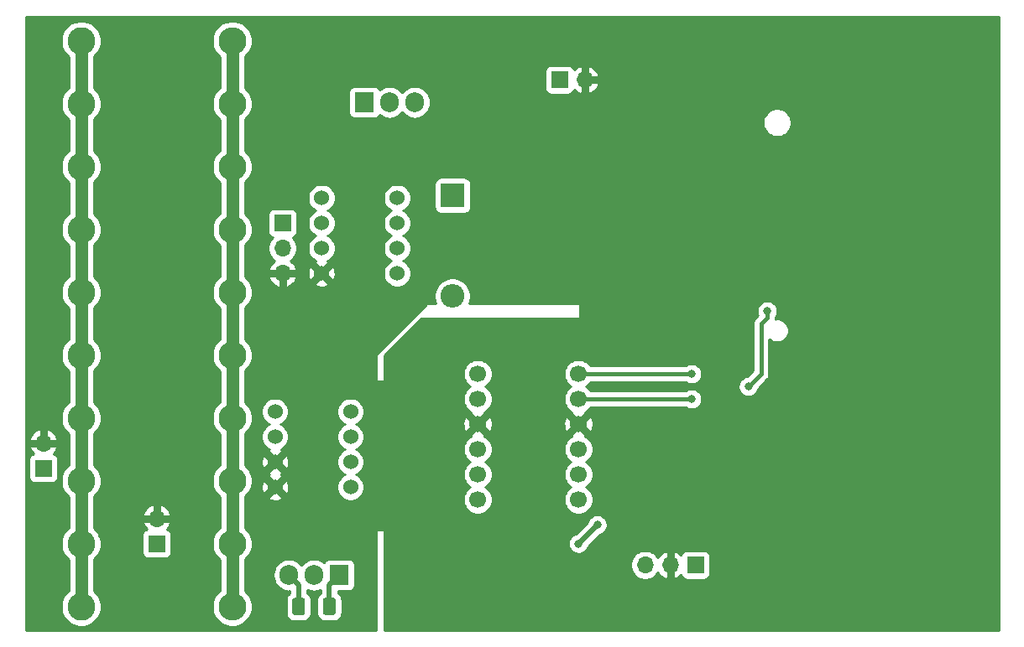
<source format=gbr>
%TF.GenerationSoftware,KiCad,Pcbnew,(5.1.10)-1*%
%TF.CreationDate,2021-11-17T08:33:16-05:00*%
%TF.ProjectId,BattTester,42617474-5465-4737-9465-722e6b696361,rev?*%
%TF.SameCoordinates,Original*%
%TF.FileFunction,Copper,L2,Bot*%
%TF.FilePolarity,Positive*%
%FSLAX46Y46*%
G04 Gerber Fmt 4.6, Leading zero omitted, Abs format (unit mm)*
G04 Created by KiCad (PCBNEW (5.1.10)-1) date 2021-11-17 08:33:16*
%MOMM*%
%LPD*%
G01*
G04 APERTURE LIST*
%TA.AperFunction,ComponentPad*%
%ADD10C,2.800000*%
%TD*%
%TA.AperFunction,ComponentPad*%
%ADD11O,2.800000X2.800000*%
%TD*%
%TA.AperFunction,ComponentPad*%
%ADD12O,1.905000X2.000000*%
%TD*%
%TA.AperFunction,ComponentPad*%
%ADD13R,1.905000X2.000000*%
%TD*%
%TA.AperFunction,ComponentPad*%
%ADD14C,1.524000*%
%TD*%
%TA.AperFunction,ComponentPad*%
%ADD15O,1.700000X1.700000*%
%TD*%
%TA.AperFunction,ComponentPad*%
%ADD16R,1.700000X1.700000*%
%TD*%
%TA.AperFunction,ComponentPad*%
%ADD17O,2.400000X2.400000*%
%TD*%
%TA.AperFunction,ComponentPad*%
%ADD18R,2.400000X2.400000*%
%TD*%
%TA.AperFunction,ComponentPad*%
%ADD19C,1.700000*%
%TD*%
%TA.AperFunction,ViaPad*%
%ADD20C,0.800000*%
%TD*%
%TA.AperFunction,ViaPad*%
%ADD21C,1.000000*%
%TD*%
%TA.AperFunction,Conductor*%
%ADD22C,0.381000*%
%TD*%
%TA.AperFunction,Conductor*%
%ADD23C,1.270000*%
%TD*%
%TA.AperFunction,Conductor*%
%ADD24C,0.508000*%
%TD*%
%TA.AperFunction,Conductor*%
%ADD25C,0.254000*%
%TD*%
%TA.AperFunction,Conductor*%
%ADD26C,0.100000*%
%TD*%
G04 APERTURE END LIST*
D10*
%TO.P,R3,1*%
%TO.N,Net-(Q1-Pad3)*%
X145415000Y-66675000D03*
D11*
%TO.P,R3,2*%
%TO.N,Net-(JP1-Pad1)*%
X160655000Y-66675000D03*
D10*
%TO.P,R3,1*%
%TO.N,Net-(Q1-Pad3)*%
X145415000Y-73025000D03*
D11*
%TO.P,R3,2*%
%TO.N,Net-(JP1-Pad1)*%
X160655000Y-73025000D03*
D10*
%TO.P,R3,1*%
%TO.N,Net-(Q1-Pad3)*%
X145415000Y-79375000D03*
D11*
%TO.P,R3,2*%
%TO.N,Net-(JP1-Pad1)*%
X160655000Y-79375000D03*
D10*
%TO.P,R3,1*%
%TO.N,Net-(Q1-Pad3)*%
X145415000Y-85725000D03*
D11*
%TO.P,R3,2*%
%TO.N,Net-(JP1-Pad1)*%
X160655000Y-85725000D03*
D10*
%TO.P,R3,1*%
%TO.N,Net-(Q1-Pad3)*%
X145415000Y-92075000D03*
D11*
%TO.P,R3,2*%
%TO.N,Net-(JP1-Pad1)*%
X160655000Y-92075000D03*
D10*
%TO.P,R3,1*%
%TO.N,Net-(Q1-Pad3)*%
X145415000Y-98425000D03*
D11*
%TO.P,R3,2*%
%TO.N,Net-(JP1-Pad1)*%
X160655000Y-98425000D03*
D10*
%TO.P,R3,1*%
%TO.N,Net-(Q1-Pad3)*%
X145415000Y-104775000D03*
D11*
%TO.P,R3,2*%
%TO.N,Net-(JP1-Pad1)*%
X160655000Y-104775000D03*
D10*
%TO.P,R3,1*%
%TO.N,Net-(Q1-Pad3)*%
X145415000Y-111125000D03*
D11*
%TO.P,R3,2*%
%TO.N,Net-(JP1-Pad1)*%
X160655000Y-111125000D03*
D10*
%TO.P,R3,1*%
%TO.N,Net-(Q1-Pad3)*%
X145415000Y-117475000D03*
D11*
%TO.P,R3,2*%
%TO.N,Net-(JP1-Pad1)*%
X160655000Y-117475000D03*
X160655000Y-123825000D03*
D10*
%TO.P,R3,1*%
%TO.N,Net-(Q1-Pad3)*%
X145415000Y-123825000D03*
%TD*%
%TO.P,R7,2*%
%TO.N,/BIN+*%
%TA.AperFunction,SMDPad,CuDef*%
G36*
G01*
X168010000Y-123200000D02*
X168010000Y-124450000D01*
G75*
G02*
X167760000Y-124700000I-250000J0D01*
G01*
X166960000Y-124700000D01*
G75*
G02*
X166710000Y-124450000I0J250000D01*
G01*
X166710000Y-123200000D01*
G75*
G02*
X166960000Y-122950000I250000J0D01*
G01*
X167760000Y-122950000D01*
G75*
G02*
X168010000Y-123200000I0J-250000D01*
G01*
G37*
%TD.AperFunction*%
%TO.P,R7,1*%
%TO.N,Net-(Q2-Pad1)*%
%TA.AperFunction,SMDPad,CuDef*%
G36*
G01*
X171110000Y-123200000D02*
X171110000Y-124450000D01*
G75*
G02*
X170860000Y-124700000I-250000J0D01*
G01*
X170060000Y-124700000D01*
G75*
G02*
X169810000Y-124450000I0J250000D01*
G01*
X169810000Y-123200000D01*
G75*
G02*
X170060000Y-122950000I250000J0D01*
G01*
X170860000Y-122950000D01*
G75*
G02*
X171110000Y-123200000I0J-250000D01*
G01*
G37*
%TD.AperFunction*%
%TD*%
D12*
%TO.P,Q2,3*%
%TO.N,/BIN+*%
X166370000Y-120650000D03*
%TO.P,Q2,2*%
%TO.N,/B+*%
X168910000Y-120650000D03*
D13*
%TO.P,Q2,1*%
%TO.N,Net-(Q2-Pad1)*%
X171450000Y-120650000D03*
%TD*%
D14*
%TO.P,U4,8*%
%TO.N,+9V*%
X177292000Y-82550000D03*
%TO.P,U4,7*%
%TO.N,N/C*%
X177292000Y-85090000D03*
%TO.P,U4,6*%
X177292000Y-87630000D03*
%TO.P,U4,5*%
X177292000Y-90170000D03*
%TO.P,U4,4*%
%TO.N,GND*%
X169672000Y-90170000D03*
%TO.P,U4,3*%
%TO.N,Net-(RV1-Pad2)*%
X169672000Y-87630000D03*
%TO.P,U4,2*%
%TO.N,Net-(Q1-Pad3)*%
X169672000Y-85090000D03*
%TO.P,U4,1*%
%TO.N,Net-(Q1-Pad1)*%
X169672000Y-82550000D03*
%TD*%
%TO.P,U1,8*%
%TO.N,+9V*%
X172593000Y-104140000D03*
%TO.P,U1,7*%
%TO.N,Net-(A1-Pad1)*%
X172593000Y-106680000D03*
%TO.P,U1,6*%
%TO.N,Net-(A1-Pad2)*%
X172593000Y-109220000D03*
%TO.P,U1,5*%
%TO.N,Net-(A1-Pad6)*%
X172593000Y-111760000D03*
%TO.P,U1,4*%
%TO.N,GND*%
X164973000Y-111760000D03*
%TO.P,U1,3*%
X164973000Y-109220000D03*
%TO.P,U1,2*%
%TO.N,/B+*%
X164973000Y-106680000D03*
%TO.P,U1,1*%
%TO.N,+9V*%
X164973000Y-104140000D03*
%TD*%
D15*
%TO.P,J1,2*%
%TO.N,GND*%
X141605000Y-107315000D03*
D16*
%TO.P,J1,1*%
%TO.N,/BIN+*%
X141605000Y-109855000D03*
%TD*%
D15*
%TO.P,RV1,3*%
%TO.N,GND*%
X165735000Y-90170000D03*
%TO.P,RV1,2*%
%TO.N,Net-(RV1-Pad2)*%
X165735000Y-87630000D03*
D16*
%TO.P,RV1,1*%
%TO.N,+9V*%
X165735000Y-85090000D03*
%TD*%
D12*
%TO.P,Q1,3*%
%TO.N,Net-(Q1-Pad3)*%
X179070000Y-72898000D03*
%TO.P,Q1,2*%
%TO.N,/B+*%
X176530000Y-72898000D03*
D13*
%TO.P,Q1,1*%
%TO.N,Net-(Q1-Pad1)*%
X173990000Y-72898000D03*
%TD*%
D15*
%TO.P,JP1,2*%
%TO.N,GND*%
X153035000Y-114935000D03*
D16*
%TO.P,JP1,1*%
%TO.N,Net-(JP1-Pad1)*%
X153035000Y-117475000D03*
%TD*%
D15*
%TO.P,J4,3*%
%TO.N,+3V3*%
X202311000Y-119634000D03*
%TO.P,J4,2*%
%TO.N,GND*%
X204851000Y-119634000D03*
D16*
%TO.P,J4,1*%
%TO.N,Net-(J4-Pad1)*%
X207391000Y-119634000D03*
%TD*%
D15*
%TO.P,J3,2*%
%TO.N,GND*%
X196215000Y-70612000D03*
D16*
%TO.P,J3,1*%
%TO.N,+9V*%
X193675000Y-70612000D03*
%TD*%
D17*
%TO.P,D3,2*%
%TO.N,+3V3*%
X182880000Y-92456000D03*
D18*
%TO.P,D3,1*%
%TO.N,+9V*%
X182880000Y-82296000D03*
%TD*%
D19*
%TO.P,A1,12*%
%TO.N,/SPI-SCK*%
X195580000Y-100330000D03*
%TO.P,A1,11*%
%TO.N,/SPI-MISO*%
X195580000Y-102870000D03*
%TO.P,A1,10*%
%TO.N,GND*%
X195580000Y-105410000D03*
%TO.P,A1,9*%
%TO.N,+3V3*%
X195580000Y-107950000D03*
%TO.P,A1,8*%
%TO.N,N/C*%
X195580000Y-110490000D03*
%TO.P,A1,7*%
%TO.N,/SPI-CS0*%
X195580000Y-113030000D03*
%TO.P,A1,6*%
%TO.N,Net-(A1-Pad6)*%
X185420000Y-113030000D03*
%TO.P,A1,5*%
%TO.N,N/C*%
X185420000Y-110490000D03*
%TO.P,A1,4*%
%TO.N,+9V*%
X185420000Y-107950000D03*
%TO.P,A1,3*%
%TO.N,GND*%
X185420000Y-105410000D03*
%TO.P,A1,2*%
%TO.N,Net-(A1-Pad2)*%
X185420000Y-102870000D03*
%TO.P,A1,1*%
%TO.N,Net-(A1-Pad1)*%
X185420000Y-100330000D03*
%TD*%
D20*
%TO.N,/SPI-MISO*%
X207010000Y-102869994D03*
D21*
%TO.N,GND*%
X165100000Y-97790000D03*
X179705000Y-97790000D03*
X211455000Y-90805000D03*
X208915000Y-97790000D03*
X158750000Y-114300000D03*
X162560000Y-114300000D03*
X158750000Y-76200000D03*
X162560000Y-76200000D03*
D20*
%TO.N,/SPI-SCK*%
X207010000Y-100330000D03*
%TO.N,/SPI-MOSI*%
X214630000Y-93980000D03*
X212725000Y-101600000D03*
%TO.N,/CUTOFF*%
X197485000Y-115570000D03*
X195580000Y-117475000D03*
%TD*%
D22*
%TO.N,/SPI-MISO*%
X206375000Y-102870000D02*
X206375000Y-102870000D01*
X195580000Y-102870000D02*
X207009994Y-102870000D01*
X207009994Y-102870000D02*
X207010000Y-102869994D01*
%TO.N,/SPI-SCK*%
X206375000Y-100330000D02*
X206375000Y-100330000D01*
X195580000Y-100330000D02*
X207010000Y-100330000D01*
%TO.N,/SPI-MOSI*%
X214630000Y-93980000D02*
X214630000Y-94615000D01*
X214630000Y-94615000D02*
X213995000Y-95250000D01*
X213995000Y-95250000D02*
X213995000Y-100330000D01*
X213995000Y-100330000D02*
X212725000Y-101600000D01*
X212725000Y-101600000D02*
X212725000Y-101600000D01*
D23*
%TO.N,Net-(JP1-Pad1)*%
X160655000Y-123825000D02*
X160655000Y-66675000D01*
%TO.N,Net-(Q1-Pad3)*%
X145415000Y-66675000D02*
X145415000Y-123825000D01*
D24*
%TO.N,/BIN+*%
X167360000Y-121640000D02*
X166370000Y-120650000D01*
X167360000Y-123825000D02*
X167360000Y-121640000D01*
%TO.N,Net-(Q2-Pad1)*%
X170460000Y-121640000D02*
X171450000Y-120650000D01*
X170460000Y-123825000D02*
X170460000Y-121640000D01*
%TO.N,/CUTOFF*%
X197485000Y-115570000D02*
X195580000Y-117475000D01*
%TD*%
D25*
%TO.N,GND*%
X182118000Y-77417394D02*
X180250197Y-79285197D01*
X180234403Y-79304443D01*
X180222667Y-79326399D01*
X180215440Y-79350224D01*
X180213000Y-79375000D01*
X180213000Y-93292394D01*
X175170197Y-98335197D01*
X175154403Y-98354443D01*
X175142667Y-98376399D01*
X175135440Y-98400224D01*
X175133000Y-98425000D01*
X175133000Y-126238000D01*
X139827000Y-126238000D01*
X139827000Y-109005000D01*
X140116928Y-109005000D01*
X140116928Y-110705000D01*
X140129188Y-110829482D01*
X140165498Y-110949180D01*
X140224463Y-111059494D01*
X140303815Y-111156185D01*
X140400506Y-111235537D01*
X140510820Y-111294502D01*
X140630518Y-111330812D01*
X140755000Y-111343072D01*
X142455000Y-111343072D01*
X142579482Y-111330812D01*
X142699180Y-111294502D01*
X142809494Y-111235537D01*
X142906185Y-111156185D01*
X142985537Y-111059494D01*
X143044502Y-110949180D01*
X143080812Y-110829482D01*
X143093072Y-110705000D01*
X143093072Y-109005000D01*
X143080812Y-108880518D01*
X143044502Y-108760820D01*
X142985537Y-108650506D01*
X142906185Y-108553815D01*
X142809494Y-108474463D01*
X142699180Y-108415498D01*
X142621421Y-108391910D01*
X142784688Y-108216991D01*
X142937990Y-107969514D01*
X143010368Y-107794755D01*
X142906700Y-107569000D01*
X141859000Y-107569000D01*
X141859000Y-107589000D01*
X141351000Y-107589000D01*
X141351000Y-107569000D01*
X140303300Y-107569000D01*
X140199632Y-107794755D01*
X140272010Y-107969514D01*
X140425312Y-108216991D01*
X140588579Y-108391910D01*
X140510820Y-108415498D01*
X140400506Y-108474463D01*
X140303815Y-108553815D01*
X140224463Y-108650506D01*
X140165498Y-108760820D01*
X140129188Y-108880518D01*
X140116928Y-109005000D01*
X139827000Y-109005000D01*
X139827000Y-106835245D01*
X140199632Y-106835245D01*
X140303300Y-107061000D01*
X141351000Y-107061000D01*
X141351000Y-106010624D01*
X141859000Y-106010624D01*
X141859000Y-107061000D01*
X142906700Y-107061000D01*
X143010368Y-106835245D01*
X142937990Y-106660486D01*
X142784688Y-106413009D01*
X142586051Y-106200195D01*
X142349713Y-106030222D01*
X142084756Y-105909622D01*
X141859000Y-106010624D01*
X141351000Y-106010624D01*
X141125244Y-105909622D01*
X140860287Y-106030222D01*
X140623949Y-106200195D01*
X140425312Y-106413009D01*
X140272010Y-106660486D01*
X140199632Y-106835245D01*
X139827000Y-106835245D01*
X139827000Y-66474570D01*
X143380000Y-66474570D01*
X143380000Y-66875430D01*
X143458204Y-67268587D01*
X143611607Y-67638934D01*
X143834313Y-67972237D01*
X144117763Y-68255687D01*
X144145000Y-68273886D01*
X144145000Y-71426114D01*
X144117763Y-71444313D01*
X143834313Y-71727763D01*
X143611607Y-72061066D01*
X143458204Y-72431413D01*
X143380000Y-72824570D01*
X143380000Y-73225430D01*
X143458204Y-73618587D01*
X143611607Y-73988934D01*
X143834313Y-74322237D01*
X144117763Y-74605687D01*
X144145000Y-74623886D01*
X144145000Y-77776114D01*
X144117763Y-77794313D01*
X143834313Y-78077763D01*
X143611607Y-78411066D01*
X143458204Y-78781413D01*
X143380000Y-79174570D01*
X143380000Y-79575430D01*
X143458204Y-79968587D01*
X143611607Y-80338934D01*
X143834313Y-80672237D01*
X144117763Y-80955687D01*
X144145000Y-80973886D01*
X144145000Y-84126114D01*
X144117763Y-84144313D01*
X143834313Y-84427763D01*
X143611607Y-84761066D01*
X143458204Y-85131413D01*
X143380000Y-85524570D01*
X143380000Y-85925430D01*
X143458204Y-86318587D01*
X143611607Y-86688934D01*
X143834313Y-87022237D01*
X144117763Y-87305687D01*
X144145000Y-87323886D01*
X144145000Y-90476114D01*
X144117763Y-90494313D01*
X143834313Y-90777763D01*
X143611607Y-91111066D01*
X143458204Y-91481413D01*
X143380000Y-91874570D01*
X143380000Y-92275430D01*
X143458204Y-92668587D01*
X143611607Y-93038934D01*
X143834313Y-93372237D01*
X144117763Y-93655687D01*
X144145000Y-93673887D01*
X144145001Y-96826113D01*
X144117763Y-96844313D01*
X143834313Y-97127763D01*
X143611607Y-97461066D01*
X143458204Y-97831413D01*
X143380000Y-98224570D01*
X143380000Y-98625430D01*
X143458204Y-99018587D01*
X143611607Y-99388934D01*
X143834313Y-99722237D01*
X144117763Y-100005687D01*
X144145001Y-100023887D01*
X144145001Y-103176113D01*
X144117763Y-103194313D01*
X143834313Y-103477763D01*
X143611607Y-103811066D01*
X143458204Y-104181413D01*
X143380000Y-104574570D01*
X143380000Y-104975430D01*
X143458204Y-105368587D01*
X143611607Y-105738934D01*
X143834313Y-106072237D01*
X144117763Y-106355687D01*
X144145001Y-106373887D01*
X144145001Y-109526113D01*
X144117763Y-109544313D01*
X143834313Y-109827763D01*
X143611607Y-110161066D01*
X143458204Y-110531413D01*
X143380000Y-110924570D01*
X143380000Y-111325430D01*
X143458204Y-111718587D01*
X143611607Y-112088934D01*
X143834313Y-112422237D01*
X144117763Y-112705687D01*
X144145001Y-112723887D01*
X144145001Y-115876113D01*
X144117763Y-115894313D01*
X143834313Y-116177763D01*
X143611607Y-116511066D01*
X143458204Y-116881413D01*
X143380000Y-117274570D01*
X143380000Y-117675430D01*
X143458204Y-118068587D01*
X143611607Y-118438934D01*
X143834313Y-118772237D01*
X144117763Y-119055687D01*
X144145001Y-119073887D01*
X144145001Y-122226113D01*
X144117763Y-122244313D01*
X143834313Y-122527763D01*
X143611607Y-122861066D01*
X143458204Y-123231413D01*
X143380000Y-123624570D01*
X143380000Y-124025430D01*
X143458204Y-124418587D01*
X143611607Y-124788934D01*
X143834313Y-125122237D01*
X144117763Y-125405687D01*
X144451066Y-125628393D01*
X144821413Y-125781796D01*
X145214570Y-125860000D01*
X145615430Y-125860000D01*
X146008587Y-125781796D01*
X146378934Y-125628393D01*
X146712237Y-125405687D01*
X146995687Y-125122237D01*
X147218393Y-124788934D01*
X147371796Y-124418587D01*
X147450000Y-124025430D01*
X147450000Y-123624570D01*
X147371796Y-123231413D01*
X147218393Y-122861066D01*
X146995687Y-122527763D01*
X146712237Y-122244313D01*
X146685000Y-122226114D01*
X146685000Y-119073886D01*
X146712237Y-119055687D01*
X146995687Y-118772237D01*
X147218393Y-118438934D01*
X147371796Y-118068587D01*
X147450000Y-117675430D01*
X147450000Y-117274570D01*
X147371796Y-116881413D01*
X147265587Y-116625000D01*
X151546928Y-116625000D01*
X151546928Y-118325000D01*
X151559188Y-118449482D01*
X151595498Y-118569180D01*
X151654463Y-118679494D01*
X151733815Y-118776185D01*
X151830506Y-118855537D01*
X151940820Y-118914502D01*
X152060518Y-118950812D01*
X152185000Y-118963072D01*
X153885000Y-118963072D01*
X154009482Y-118950812D01*
X154129180Y-118914502D01*
X154239494Y-118855537D01*
X154336185Y-118776185D01*
X154415537Y-118679494D01*
X154474502Y-118569180D01*
X154510812Y-118449482D01*
X154523072Y-118325000D01*
X154523072Y-116625000D01*
X154510812Y-116500518D01*
X154474502Y-116380820D01*
X154415537Y-116270506D01*
X154336185Y-116173815D01*
X154239494Y-116094463D01*
X154129180Y-116035498D01*
X154051421Y-116011910D01*
X154214688Y-115836991D01*
X154367990Y-115589514D01*
X154440368Y-115414755D01*
X154336700Y-115189000D01*
X153289000Y-115189000D01*
X153289000Y-115209000D01*
X152781000Y-115209000D01*
X152781000Y-115189000D01*
X151733300Y-115189000D01*
X151629632Y-115414755D01*
X151702010Y-115589514D01*
X151855312Y-115836991D01*
X152018579Y-116011910D01*
X151940820Y-116035498D01*
X151830506Y-116094463D01*
X151733815Y-116173815D01*
X151654463Y-116270506D01*
X151595498Y-116380820D01*
X151559188Y-116500518D01*
X151546928Y-116625000D01*
X147265587Y-116625000D01*
X147218393Y-116511066D01*
X146995687Y-116177763D01*
X146712237Y-115894313D01*
X146685000Y-115876114D01*
X146685000Y-114455245D01*
X151629632Y-114455245D01*
X151733300Y-114681000D01*
X152781000Y-114681000D01*
X152781000Y-113630624D01*
X153289000Y-113630624D01*
X153289000Y-114681000D01*
X154336700Y-114681000D01*
X154440368Y-114455245D01*
X154367990Y-114280486D01*
X154214688Y-114033009D01*
X154016051Y-113820195D01*
X153779713Y-113650222D01*
X153514756Y-113529622D01*
X153289000Y-113630624D01*
X152781000Y-113630624D01*
X152555244Y-113529622D01*
X152290287Y-113650222D01*
X152053949Y-113820195D01*
X151855312Y-114033009D01*
X151702010Y-114280486D01*
X151629632Y-114455245D01*
X146685000Y-114455245D01*
X146685000Y-112723886D01*
X146712237Y-112705687D01*
X146995687Y-112422237D01*
X147218393Y-112088934D01*
X147371796Y-111718587D01*
X147450000Y-111325430D01*
X147450000Y-110924570D01*
X147371796Y-110531413D01*
X147218393Y-110161066D01*
X146995687Y-109827763D01*
X146712237Y-109544313D01*
X146685000Y-109526114D01*
X146685000Y-106373886D01*
X146712237Y-106355687D01*
X146995687Y-106072237D01*
X147218393Y-105738934D01*
X147371796Y-105368587D01*
X147450000Y-104975430D01*
X147450000Y-104574570D01*
X147371796Y-104181413D01*
X147218393Y-103811066D01*
X146995687Y-103477763D01*
X146712237Y-103194313D01*
X146685000Y-103176114D01*
X146685000Y-100023886D01*
X146712237Y-100005687D01*
X146995687Y-99722237D01*
X147218393Y-99388934D01*
X147371796Y-99018587D01*
X147450000Y-98625430D01*
X147450000Y-98224570D01*
X147371796Y-97831413D01*
X147218393Y-97461066D01*
X146995687Y-97127763D01*
X146712237Y-96844313D01*
X146685000Y-96826114D01*
X146685000Y-93673886D01*
X146712237Y-93655687D01*
X146995687Y-93372237D01*
X147218393Y-93038934D01*
X147371796Y-92668587D01*
X147450000Y-92275430D01*
X147450000Y-91874570D01*
X147371796Y-91481413D01*
X147218393Y-91111066D01*
X146995687Y-90777763D01*
X146712237Y-90494313D01*
X146685000Y-90476114D01*
X146685000Y-87323886D01*
X146712237Y-87305687D01*
X146995687Y-87022237D01*
X147218393Y-86688934D01*
X147371796Y-86318587D01*
X147450000Y-85925430D01*
X147450000Y-85524570D01*
X147371796Y-85131413D01*
X147218393Y-84761066D01*
X146995687Y-84427763D01*
X146712237Y-84144313D01*
X146685000Y-84126114D01*
X146685000Y-80973886D01*
X146712237Y-80955687D01*
X146995687Y-80672237D01*
X147218393Y-80338934D01*
X147371796Y-79968587D01*
X147450000Y-79575430D01*
X147450000Y-79174570D01*
X147371796Y-78781413D01*
X147218393Y-78411066D01*
X146995687Y-78077763D01*
X146712237Y-77794313D01*
X146685000Y-77776114D01*
X146685000Y-74623886D01*
X146712237Y-74605687D01*
X146995687Y-74322237D01*
X147218393Y-73988934D01*
X147371796Y-73618587D01*
X147450000Y-73225430D01*
X147450000Y-72824570D01*
X147371796Y-72431413D01*
X147218393Y-72061066D01*
X146995687Y-71727763D01*
X146712237Y-71444313D01*
X146685000Y-71426114D01*
X146685000Y-68273886D01*
X146712237Y-68255687D01*
X146995687Y-67972237D01*
X147218393Y-67638934D01*
X147371796Y-67268587D01*
X147450000Y-66875430D01*
X147450000Y-66474570D01*
X158620000Y-66474570D01*
X158620000Y-66875430D01*
X158698204Y-67268587D01*
X158851607Y-67638934D01*
X159074313Y-67972237D01*
X159357763Y-68255687D01*
X159385001Y-68273887D01*
X159385001Y-71426113D01*
X159357763Y-71444313D01*
X159074313Y-71727763D01*
X158851607Y-72061066D01*
X158698204Y-72431413D01*
X158620000Y-72824570D01*
X158620000Y-73225430D01*
X158698204Y-73618587D01*
X158851607Y-73988934D01*
X159074313Y-74322237D01*
X159357763Y-74605687D01*
X159385001Y-74623887D01*
X159385001Y-77776113D01*
X159357763Y-77794313D01*
X159074313Y-78077763D01*
X158851607Y-78411066D01*
X158698204Y-78781413D01*
X158620000Y-79174570D01*
X158620000Y-79575430D01*
X158698204Y-79968587D01*
X158851607Y-80338934D01*
X159074313Y-80672237D01*
X159357763Y-80955687D01*
X159385001Y-80973887D01*
X159385001Y-84126113D01*
X159357763Y-84144313D01*
X159074313Y-84427763D01*
X158851607Y-84761066D01*
X158698204Y-85131413D01*
X158620000Y-85524570D01*
X158620000Y-85925430D01*
X158698204Y-86318587D01*
X158851607Y-86688934D01*
X159074313Y-87022237D01*
X159357763Y-87305687D01*
X159385001Y-87323887D01*
X159385001Y-90476113D01*
X159357763Y-90494313D01*
X159074313Y-90777763D01*
X158851607Y-91111066D01*
X158698204Y-91481413D01*
X158620000Y-91874570D01*
X158620000Y-92275430D01*
X158698204Y-92668587D01*
X158851607Y-93038934D01*
X159074313Y-93372237D01*
X159357763Y-93655687D01*
X159385001Y-93673887D01*
X159385000Y-96826113D01*
X159357763Y-96844313D01*
X159074313Y-97127763D01*
X158851607Y-97461066D01*
X158698204Y-97831413D01*
X158620000Y-98224570D01*
X158620000Y-98625430D01*
X158698204Y-99018587D01*
X158851607Y-99388934D01*
X159074313Y-99722237D01*
X159357763Y-100005687D01*
X159385000Y-100023886D01*
X159385000Y-103176114D01*
X159357763Y-103194313D01*
X159074313Y-103477763D01*
X158851607Y-103811066D01*
X158698204Y-104181413D01*
X158620000Y-104574570D01*
X158620000Y-104975430D01*
X158698204Y-105368587D01*
X158851607Y-105738934D01*
X159074313Y-106072237D01*
X159357763Y-106355687D01*
X159385000Y-106373886D01*
X159385000Y-109526114D01*
X159357763Y-109544313D01*
X159074313Y-109827763D01*
X158851607Y-110161066D01*
X158698204Y-110531413D01*
X158620000Y-110924570D01*
X158620000Y-111325430D01*
X158698204Y-111718587D01*
X158851607Y-112088934D01*
X159074313Y-112422237D01*
X159357763Y-112705687D01*
X159385000Y-112723886D01*
X159385000Y-115876114D01*
X159357763Y-115894313D01*
X159074313Y-116177763D01*
X158851607Y-116511066D01*
X158698204Y-116881413D01*
X158620000Y-117274570D01*
X158620000Y-117675430D01*
X158698204Y-118068587D01*
X158851607Y-118438934D01*
X159074313Y-118772237D01*
X159357763Y-119055687D01*
X159385000Y-119073886D01*
X159385000Y-122226114D01*
X159357763Y-122244313D01*
X159074313Y-122527763D01*
X158851607Y-122861066D01*
X158698204Y-123231413D01*
X158620000Y-123624570D01*
X158620000Y-124025430D01*
X158698204Y-124418587D01*
X158851607Y-124788934D01*
X159074313Y-125122237D01*
X159357763Y-125405687D01*
X159691066Y-125628393D01*
X160061413Y-125781796D01*
X160454570Y-125860000D01*
X160855430Y-125860000D01*
X161248587Y-125781796D01*
X161618934Y-125628393D01*
X161952237Y-125405687D01*
X162235687Y-125122237D01*
X162458393Y-124788934D01*
X162611796Y-124418587D01*
X162690000Y-124025430D01*
X162690000Y-123624570D01*
X162611796Y-123231413D01*
X162458393Y-122861066D01*
X162235687Y-122527763D01*
X161952237Y-122244313D01*
X161925000Y-122226114D01*
X161925000Y-120524514D01*
X164782500Y-120524514D01*
X164782500Y-120775485D01*
X164805470Y-121008703D01*
X164896245Y-121307948D01*
X165043655Y-121583734D01*
X165242037Y-121825463D01*
X165483765Y-122023845D01*
X165759551Y-122171255D01*
X166058796Y-122262030D01*
X166370000Y-122292681D01*
X166471001Y-122282733D01*
X166471001Y-122459250D01*
X166466614Y-122461595D01*
X166332038Y-122572038D01*
X166221595Y-122706614D01*
X166139528Y-122860150D01*
X166088992Y-123026746D01*
X166071928Y-123200000D01*
X166071928Y-124450000D01*
X166088992Y-124623254D01*
X166139528Y-124789850D01*
X166221595Y-124943386D01*
X166332038Y-125077962D01*
X166466614Y-125188405D01*
X166620150Y-125270472D01*
X166786746Y-125321008D01*
X166960000Y-125338072D01*
X167760000Y-125338072D01*
X167933254Y-125321008D01*
X168099850Y-125270472D01*
X168253386Y-125188405D01*
X168387962Y-125077962D01*
X168498405Y-124943386D01*
X168580472Y-124789850D01*
X168631008Y-124623254D01*
X168648072Y-124450000D01*
X168648072Y-123200000D01*
X168631008Y-123026746D01*
X168580472Y-122860150D01*
X168498405Y-122706614D01*
X168387962Y-122572038D01*
X168253386Y-122461595D01*
X168249000Y-122459251D01*
X168249000Y-122144235D01*
X168299551Y-122171255D01*
X168598796Y-122262030D01*
X168910000Y-122292681D01*
X169221203Y-122262030D01*
X169520448Y-122171255D01*
X169571001Y-122144234D01*
X169571001Y-122459250D01*
X169566614Y-122461595D01*
X169432038Y-122572038D01*
X169321595Y-122706614D01*
X169239528Y-122860150D01*
X169188992Y-123026746D01*
X169171928Y-123200000D01*
X169171928Y-124450000D01*
X169188992Y-124623254D01*
X169239528Y-124789850D01*
X169321595Y-124943386D01*
X169432038Y-125077962D01*
X169566614Y-125188405D01*
X169720150Y-125270472D01*
X169886746Y-125321008D01*
X170060000Y-125338072D01*
X170860000Y-125338072D01*
X171033254Y-125321008D01*
X171199850Y-125270472D01*
X171353386Y-125188405D01*
X171487962Y-125077962D01*
X171598405Y-124943386D01*
X171680472Y-124789850D01*
X171731008Y-124623254D01*
X171748072Y-124450000D01*
X171748072Y-123200000D01*
X171731008Y-123026746D01*
X171680472Y-122860150D01*
X171598405Y-122706614D01*
X171487962Y-122572038D01*
X171353386Y-122461595D01*
X171349000Y-122459251D01*
X171349000Y-122288072D01*
X172402500Y-122288072D01*
X172526982Y-122275812D01*
X172646680Y-122239502D01*
X172756994Y-122180537D01*
X172853685Y-122101185D01*
X172933037Y-122004494D01*
X172992002Y-121894180D01*
X173028312Y-121774482D01*
X173040572Y-121650000D01*
X173040572Y-119650000D01*
X173028312Y-119525518D01*
X172992002Y-119405820D01*
X172933037Y-119295506D01*
X172853685Y-119198815D01*
X172756994Y-119119463D01*
X172646680Y-119060498D01*
X172526982Y-119024188D01*
X172402500Y-119011928D01*
X170497500Y-119011928D01*
X170373018Y-119024188D01*
X170253320Y-119060498D01*
X170143006Y-119119463D01*
X170046315Y-119198815D01*
X169966963Y-119295506D01*
X169922095Y-119379446D01*
X169796235Y-119276155D01*
X169520449Y-119128745D01*
X169221204Y-119037970D01*
X168910000Y-119007319D01*
X168598797Y-119037970D01*
X168299552Y-119128745D01*
X168023766Y-119276155D01*
X167782037Y-119474537D01*
X167640000Y-119647609D01*
X167497963Y-119474537D01*
X167256235Y-119276155D01*
X166980449Y-119128745D01*
X166681204Y-119037970D01*
X166370000Y-119007319D01*
X166058797Y-119037970D01*
X165759552Y-119128745D01*
X165483766Y-119276155D01*
X165242037Y-119474537D01*
X165043655Y-119716265D01*
X164896245Y-119992051D01*
X164805470Y-120291296D01*
X164782500Y-120524514D01*
X161925000Y-120524514D01*
X161925000Y-119073886D01*
X161952237Y-119055687D01*
X162235687Y-118772237D01*
X162458393Y-118438934D01*
X162611796Y-118068587D01*
X162690000Y-117675430D01*
X162690000Y-117274570D01*
X162611796Y-116881413D01*
X162458393Y-116511066D01*
X162235687Y-116177763D01*
X161952237Y-115894313D01*
X161925000Y-115876114D01*
X161925000Y-112801444D01*
X164290766Y-112801444D01*
X164367001Y-113026216D01*
X164625671Y-113120111D01*
X164897690Y-113161737D01*
X165172602Y-113149495D01*
X165439843Y-113083855D01*
X165578999Y-113026216D01*
X165655234Y-112801444D01*
X164973000Y-112119210D01*
X164290766Y-112801444D01*
X161925000Y-112801444D01*
X161925000Y-112723886D01*
X161952237Y-112705687D01*
X162235687Y-112422237D01*
X162458393Y-112088934D01*
X162611796Y-111718587D01*
X162618538Y-111684690D01*
X163571263Y-111684690D01*
X163583505Y-111959602D01*
X163649145Y-112226843D01*
X163706784Y-112365999D01*
X163931556Y-112442234D01*
X164613790Y-111760000D01*
X165332210Y-111760000D01*
X166014444Y-112442234D01*
X166239216Y-112365999D01*
X166333111Y-112107329D01*
X166374737Y-111835310D01*
X166362495Y-111560398D01*
X166296855Y-111293157D01*
X166239216Y-111154001D01*
X166014444Y-111077766D01*
X165332210Y-111760000D01*
X164613790Y-111760000D01*
X163931556Y-111077766D01*
X163706784Y-111154001D01*
X163612889Y-111412671D01*
X163571263Y-111684690D01*
X162618538Y-111684690D01*
X162690000Y-111325430D01*
X162690000Y-110924570D01*
X162611796Y-110531413D01*
X162499971Y-110261444D01*
X164290766Y-110261444D01*
X164367001Y-110486216D01*
X164376739Y-110489751D01*
X164367001Y-110493784D01*
X164290766Y-110718556D01*
X164973000Y-111400790D01*
X165655234Y-110718556D01*
X165578999Y-110493784D01*
X165569261Y-110490249D01*
X165578999Y-110486216D01*
X165655234Y-110261444D01*
X164973000Y-109579210D01*
X164290766Y-110261444D01*
X162499971Y-110261444D01*
X162458393Y-110161066D01*
X162235687Y-109827763D01*
X161952237Y-109544313D01*
X161925000Y-109526114D01*
X161925000Y-109144690D01*
X163571263Y-109144690D01*
X163583505Y-109419602D01*
X163649145Y-109686843D01*
X163706784Y-109825999D01*
X163931556Y-109902234D01*
X164613790Y-109220000D01*
X165332210Y-109220000D01*
X166014444Y-109902234D01*
X166239216Y-109825999D01*
X166333111Y-109567329D01*
X166374737Y-109295310D01*
X166362495Y-109020398D01*
X166296855Y-108753157D01*
X166239216Y-108614001D01*
X166014444Y-108537766D01*
X165332210Y-109220000D01*
X164613790Y-109220000D01*
X163931556Y-108537766D01*
X163706784Y-108614001D01*
X163612889Y-108872671D01*
X163571263Y-109144690D01*
X161925000Y-109144690D01*
X161925000Y-106373886D01*
X161952237Y-106355687D01*
X162235687Y-106072237D01*
X162458393Y-105738934D01*
X162611796Y-105368587D01*
X162690000Y-104975430D01*
X162690000Y-104574570D01*
X162611796Y-104181413D01*
X162537650Y-104002408D01*
X163576000Y-104002408D01*
X163576000Y-104277592D01*
X163629686Y-104547490D01*
X163734995Y-104801727D01*
X163887880Y-105030535D01*
X164082465Y-105225120D01*
X164311273Y-105378005D01*
X164388515Y-105410000D01*
X164311273Y-105441995D01*
X164082465Y-105594880D01*
X163887880Y-105789465D01*
X163734995Y-106018273D01*
X163629686Y-106272510D01*
X163576000Y-106542408D01*
X163576000Y-106817592D01*
X163629686Y-107087490D01*
X163734995Y-107341727D01*
X163887880Y-107570535D01*
X164082465Y-107765120D01*
X164311273Y-107918005D01*
X164382326Y-107947436D01*
X164367001Y-107953784D01*
X164290766Y-108178556D01*
X164973000Y-108860790D01*
X165655234Y-108178556D01*
X165578999Y-107953784D01*
X165562664Y-107947855D01*
X165634727Y-107918005D01*
X165863535Y-107765120D01*
X166058120Y-107570535D01*
X166211005Y-107341727D01*
X166316314Y-107087490D01*
X166370000Y-106817592D01*
X166370000Y-106542408D01*
X166316314Y-106272510D01*
X166211005Y-106018273D01*
X166058120Y-105789465D01*
X165863535Y-105594880D01*
X165634727Y-105441995D01*
X165557485Y-105410000D01*
X165634727Y-105378005D01*
X165863535Y-105225120D01*
X166058120Y-105030535D01*
X166211005Y-104801727D01*
X166316314Y-104547490D01*
X166370000Y-104277592D01*
X166370000Y-104002408D01*
X171196000Y-104002408D01*
X171196000Y-104277592D01*
X171249686Y-104547490D01*
X171354995Y-104801727D01*
X171507880Y-105030535D01*
X171702465Y-105225120D01*
X171931273Y-105378005D01*
X172008515Y-105410000D01*
X171931273Y-105441995D01*
X171702465Y-105594880D01*
X171507880Y-105789465D01*
X171354995Y-106018273D01*
X171249686Y-106272510D01*
X171196000Y-106542408D01*
X171196000Y-106817592D01*
X171249686Y-107087490D01*
X171354995Y-107341727D01*
X171507880Y-107570535D01*
X171702465Y-107765120D01*
X171931273Y-107918005D01*
X172008515Y-107950000D01*
X171931273Y-107981995D01*
X171702465Y-108134880D01*
X171507880Y-108329465D01*
X171354995Y-108558273D01*
X171249686Y-108812510D01*
X171196000Y-109082408D01*
X171196000Y-109357592D01*
X171249686Y-109627490D01*
X171354995Y-109881727D01*
X171507880Y-110110535D01*
X171702465Y-110305120D01*
X171931273Y-110458005D01*
X172008515Y-110490000D01*
X171931273Y-110521995D01*
X171702465Y-110674880D01*
X171507880Y-110869465D01*
X171354995Y-111098273D01*
X171249686Y-111352510D01*
X171196000Y-111622408D01*
X171196000Y-111897592D01*
X171249686Y-112167490D01*
X171354995Y-112421727D01*
X171507880Y-112650535D01*
X171702465Y-112845120D01*
X171931273Y-112998005D01*
X172185510Y-113103314D01*
X172455408Y-113157000D01*
X172730592Y-113157000D01*
X173000490Y-113103314D01*
X173254727Y-112998005D01*
X173483535Y-112845120D01*
X173678120Y-112650535D01*
X173831005Y-112421727D01*
X173936314Y-112167490D01*
X173990000Y-111897592D01*
X173990000Y-111622408D01*
X173936314Y-111352510D01*
X173831005Y-111098273D01*
X173678120Y-110869465D01*
X173483535Y-110674880D01*
X173254727Y-110521995D01*
X173177485Y-110490000D01*
X173254727Y-110458005D01*
X173483535Y-110305120D01*
X173678120Y-110110535D01*
X173831005Y-109881727D01*
X173936314Y-109627490D01*
X173990000Y-109357592D01*
X173990000Y-109082408D01*
X173936314Y-108812510D01*
X173831005Y-108558273D01*
X173678120Y-108329465D01*
X173483535Y-108134880D01*
X173254727Y-107981995D01*
X173177485Y-107950000D01*
X173254727Y-107918005D01*
X173483535Y-107765120D01*
X173678120Y-107570535D01*
X173831005Y-107341727D01*
X173936314Y-107087490D01*
X173990000Y-106817592D01*
X173990000Y-106542408D01*
X173936314Y-106272510D01*
X173831005Y-106018273D01*
X173678120Y-105789465D01*
X173483535Y-105594880D01*
X173254727Y-105441995D01*
X173177485Y-105410000D01*
X173254727Y-105378005D01*
X173483535Y-105225120D01*
X173678120Y-105030535D01*
X173831005Y-104801727D01*
X173936314Y-104547490D01*
X173990000Y-104277592D01*
X173990000Y-104002408D01*
X173936314Y-103732510D01*
X173831005Y-103478273D01*
X173678120Y-103249465D01*
X173483535Y-103054880D01*
X173254727Y-102901995D01*
X173000490Y-102796686D01*
X172730592Y-102743000D01*
X172455408Y-102743000D01*
X172185510Y-102796686D01*
X171931273Y-102901995D01*
X171702465Y-103054880D01*
X171507880Y-103249465D01*
X171354995Y-103478273D01*
X171249686Y-103732510D01*
X171196000Y-104002408D01*
X166370000Y-104002408D01*
X166316314Y-103732510D01*
X166211005Y-103478273D01*
X166058120Y-103249465D01*
X165863535Y-103054880D01*
X165634727Y-102901995D01*
X165380490Y-102796686D01*
X165110592Y-102743000D01*
X164835408Y-102743000D01*
X164565510Y-102796686D01*
X164311273Y-102901995D01*
X164082465Y-103054880D01*
X163887880Y-103249465D01*
X163734995Y-103478273D01*
X163629686Y-103732510D01*
X163576000Y-104002408D01*
X162537650Y-104002408D01*
X162458393Y-103811066D01*
X162235687Y-103477763D01*
X161952237Y-103194313D01*
X161925000Y-103176114D01*
X161925000Y-100023886D01*
X161952237Y-100005687D01*
X162235687Y-99722237D01*
X162458393Y-99388934D01*
X162611796Y-99018587D01*
X162690000Y-98625430D01*
X162690000Y-98224570D01*
X162611796Y-97831413D01*
X162458393Y-97461066D01*
X162235687Y-97127763D01*
X161952237Y-96844313D01*
X161925000Y-96826114D01*
X161925000Y-93673886D01*
X161952237Y-93655687D01*
X162235687Y-93372237D01*
X162458393Y-93038934D01*
X162611796Y-92668587D01*
X162690000Y-92275430D01*
X162690000Y-91874570D01*
X162611796Y-91481413D01*
X162458393Y-91111066D01*
X162235687Y-90777763D01*
X162107679Y-90649755D01*
X164329632Y-90649755D01*
X164402010Y-90824514D01*
X164555312Y-91071991D01*
X164753949Y-91284805D01*
X164990287Y-91454778D01*
X165255244Y-91575378D01*
X165481000Y-91474376D01*
X165481000Y-90424000D01*
X165989000Y-90424000D01*
X165989000Y-91474376D01*
X166214756Y-91575378D01*
X166479713Y-91454778D01*
X166716051Y-91284805D01*
X166784524Y-91211444D01*
X168989766Y-91211444D01*
X169066001Y-91436216D01*
X169324671Y-91530111D01*
X169596690Y-91571737D01*
X169871602Y-91559495D01*
X170138843Y-91493855D01*
X170277999Y-91436216D01*
X170354234Y-91211444D01*
X169672000Y-90529210D01*
X168989766Y-91211444D01*
X166784524Y-91211444D01*
X166914688Y-91071991D01*
X167067990Y-90824514D01*
X167140368Y-90649755D01*
X167036700Y-90424000D01*
X165989000Y-90424000D01*
X165481000Y-90424000D01*
X164433300Y-90424000D01*
X164329632Y-90649755D01*
X162107679Y-90649755D01*
X161952237Y-90494313D01*
X161925000Y-90476114D01*
X161925000Y-90094690D01*
X168270263Y-90094690D01*
X168282505Y-90369602D01*
X168348145Y-90636843D01*
X168405784Y-90775999D01*
X168630556Y-90852234D01*
X169312790Y-90170000D01*
X170031210Y-90170000D01*
X170713444Y-90852234D01*
X170938216Y-90775999D01*
X171032111Y-90517329D01*
X171073737Y-90245310D01*
X171061495Y-89970398D01*
X170995855Y-89703157D01*
X170938216Y-89564001D01*
X170713444Y-89487766D01*
X170031210Y-90170000D01*
X169312790Y-90170000D01*
X168630556Y-89487766D01*
X168405784Y-89564001D01*
X168311889Y-89822671D01*
X168270263Y-90094690D01*
X161925000Y-90094690D01*
X161925000Y-87323886D01*
X161952237Y-87305687D01*
X162235687Y-87022237D01*
X162458393Y-86688934D01*
X162611796Y-86318587D01*
X162690000Y-85925430D01*
X162690000Y-85524570D01*
X162611796Y-85131413D01*
X162458393Y-84761066D01*
X162235687Y-84427763D01*
X162047924Y-84240000D01*
X164246928Y-84240000D01*
X164246928Y-85940000D01*
X164259188Y-86064482D01*
X164295498Y-86184180D01*
X164354463Y-86294494D01*
X164433815Y-86391185D01*
X164530506Y-86470537D01*
X164640820Y-86529502D01*
X164713380Y-86551513D01*
X164581525Y-86683368D01*
X164419010Y-86926589D01*
X164307068Y-87196842D01*
X164250000Y-87483740D01*
X164250000Y-87776260D01*
X164307068Y-88063158D01*
X164419010Y-88333411D01*
X164581525Y-88576632D01*
X164788368Y-88783475D01*
X164966378Y-88902417D01*
X164753949Y-89055195D01*
X164555312Y-89268009D01*
X164402010Y-89515486D01*
X164329632Y-89690245D01*
X164433300Y-89916000D01*
X165481000Y-89916000D01*
X165481000Y-89896000D01*
X165989000Y-89896000D01*
X165989000Y-89916000D01*
X167036700Y-89916000D01*
X167140368Y-89690245D01*
X167067990Y-89515486D01*
X166914688Y-89268009D01*
X166716051Y-89055195D01*
X166503622Y-88902417D01*
X166681632Y-88783475D01*
X166888475Y-88576632D01*
X167050990Y-88333411D01*
X167162932Y-88063158D01*
X167220000Y-87776260D01*
X167220000Y-87483740D01*
X167162932Y-87196842D01*
X167050990Y-86926589D01*
X166888475Y-86683368D01*
X166756620Y-86551513D01*
X166829180Y-86529502D01*
X166939494Y-86470537D01*
X167036185Y-86391185D01*
X167115537Y-86294494D01*
X167174502Y-86184180D01*
X167210812Y-86064482D01*
X167223072Y-85940000D01*
X167223072Y-84240000D01*
X167210812Y-84115518D01*
X167174502Y-83995820D01*
X167115537Y-83885506D01*
X167036185Y-83788815D01*
X166939494Y-83709463D01*
X166829180Y-83650498D01*
X166709482Y-83614188D01*
X166585000Y-83601928D01*
X164885000Y-83601928D01*
X164760518Y-83614188D01*
X164640820Y-83650498D01*
X164530506Y-83709463D01*
X164433815Y-83788815D01*
X164354463Y-83885506D01*
X164295498Y-83995820D01*
X164259188Y-84115518D01*
X164246928Y-84240000D01*
X162047924Y-84240000D01*
X161952237Y-84144313D01*
X161925000Y-84126114D01*
X161925000Y-82412408D01*
X168275000Y-82412408D01*
X168275000Y-82687592D01*
X168328686Y-82957490D01*
X168433995Y-83211727D01*
X168586880Y-83440535D01*
X168781465Y-83635120D01*
X169010273Y-83788005D01*
X169087515Y-83820000D01*
X169010273Y-83851995D01*
X168781465Y-84004880D01*
X168586880Y-84199465D01*
X168433995Y-84428273D01*
X168328686Y-84682510D01*
X168275000Y-84952408D01*
X168275000Y-85227592D01*
X168328686Y-85497490D01*
X168433995Y-85751727D01*
X168586880Y-85980535D01*
X168781465Y-86175120D01*
X169010273Y-86328005D01*
X169087515Y-86360000D01*
X169010273Y-86391995D01*
X168781465Y-86544880D01*
X168586880Y-86739465D01*
X168433995Y-86968273D01*
X168328686Y-87222510D01*
X168275000Y-87492408D01*
X168275000Y-87767592D01*
X168328686Y-88037490D01*
X168433995Y-88291727D01*
X168586880Y-88520535D01*
X168781465Y-88715120D01*
X169010273Y-88868005D01*
X169081326Y-88897436D01*
X169066001Y-88903784D01*
X168989766Y-89128556D01*
X169672000Y-89810790D01*
X170354234Y-89128556D01*
X170277999Y-88903784D01*
X170261664Y-88897855D01*
X170333727Y-88868005D01*
X170562535Y-88715120D01*
X170757120Y-88520535D01*
X170910005Y-88291727D01*
X171015314Y-88037490D01*
X171069000Y-87767592D01*
X171069000Y-87492408D01*
X171015314Y-87222510D01*
X170910005Y-86968273D01*
X170757120Y-86739465D01*
X170562535Y-86544880D01*
X170333727Y-86391995D01*
X170256485Y-86360000D01*
X170333727Y-86328005D01*
X170562535Y-86175120D01*
X170757120Y-85980535D01*
X170910005Y-85751727D01*
X171015314Y-85497490D01*
X171069000Y-85227592D01*
X171069000Y-84952408D01*
X171015314Y-84682510D01*
X170910005Y-84428273D01*
X170757120Y-84199465D01*
X170562535Y-84004880D01*
X170333727Y-83851995D01*
X170256485Y-83820000D01*
X170333727Y-83788005D01*
X170562535Y-83635120D01*
X170757120Y-83440535D01*
X170910005Y-83211727D01*
X171015314Y-82957490D01*
X171069000Y-82687592D01*
X171069000Y-82412408D01*
X175895000Y-82412408D01*
X175895000Y-82687592D01*
X175948686Y-82957490D01*
X176053995Y-83211727D01*
X176206880Y-83440535D01*
X176401465Y-83635120D01*
X176630273Y-83788005D01*
X176707515Y-83820000D01*
X176630273Y-83851995D01*
X176401465Y-84004880D01*
X176206880Y-84199465D01*
X176053995Y-84428273D01*
X175948686Y-84682510D01*
X175895000Y-84952408D01*
X175895000Y-85227592D01*
X175948686Y-85497490D01*
X176053995Y-85751727D01*
X176206880Y-85980535D01*
X176401465Y-86175120D01*
X176630273Y-86328005D01*
X176707515Y-86360000D01*
X176630273Y-86391995D01*
X176401465Y-86544880D01*
X176206880Y-86739465D01*
X176053995Y-86968273D01*
X175948686Y-87222510D01*
X175895000Y-87492408D01*
X175895000Y-87767592D01*
X175948686Y-88037490D01*
X176053995Y-88291727D01*
X176206880Y-88520535D01*
X176401465Y-88715120D01*
X176630273Y-88868005D01*
X176707515Y-88900000D01*
X176630273Y-88931995D01*
X176401465Y-89084880D01*
X176206880Y-89279465D01*
X176053995Y-89508273D01*
X175948686Y-89762510D01*
X175895000Y-90032408D01*
X175895000Y-90307592D01*
X175948686Y-90577490D01*
X176053995Y-90831727D01*
X176206880Y-91060535D01*
X176401465Y-91255120D01*
X176630273Y-91408005D01*
X176884510Y-91513314D01*
X177154408Y-91567000D01*
X177429592Y-91567000D01*
X177699490Y-91513314D01*
X177953727Y-91408005D01*
X178182535Y-91255120D01*
X178377120Y-91060535D01*
X178530005Y-90831727D01*
X178635314Y-90577490D01*
X178689000Y-90307592D01*
X178689000Y-90032408D01*
X178635314Y-89762510D01*
X178530005Y-89508273D01*
X178377120Y-89279465D01*
X178182535Y-89084880D01*
X177953727Y-88931995D01*
X177876485Y-88900000D01*
X177953727Y-88868005D01*
X178182535Y-88715120D01*
X178377120Y-88520535D01*
X178530005Y-88291727D01*
X178635314Y-88037490D01*
X178689000Y-87767592D01*
X178689000Y-87492408D01*
X178635314Y-87222510D01*
X178530005Y-86968273D01*
X178377120Y-86739465D01*
X178182535Y-86544880D01*
X177953727Y-86391995D01*
X177876485Y-86360000D01*
X177953727Y-86328005D01*
X178182535Y-86175120D01*
X178377120Y-85980535D01*
X178530005Y-85751727D01*
X178635314Y-85497490D01*
X178689000Y-85227592D01*
X178689000Y-84952408D01*
X178635314Y-84682510D01*
X178530005Y-84428273D01*
X178377120Y-84199465D01*
X178182535Y-84004880D01*
X177953727Y-83851995D01*
X177876485Y-83820000D01*
X177953727Y-83788005D01*
X178182535Y-83635120D01*
X178377120Y-83440535D01*
X178530005Y-83211727D01*
X178635314Y-82957490D01*
X178689000Y-82687592D01*
X178689000Y-82412408D01*
X178635314Y-82142510D01*
X178530005Y-81888273D01*
X178377120Y-81659465D01*
X178182535Y-81464880D01*
X177953727Y-81311995D01*
X177699490Y-81206686D01*
X177429592Y-81153000D01*
X177154408Y-81153000D01*
X176884510Y-81206686D01*
X176630273Y-81311995D01*
X176401465Y-81464880D01*
X176206880Y-81659465D01*
X176053995Y-81888273D01*
X175948686Y-82142510D01*
X175895000Y-82412408D01*
X171069000Y-82412408D01*
X171015314Y-82142510D01*
X170910005Y-81888273D01*
X170757120Y-81659465D01*
X170562535Y-81464880D01*
X170333727Y-81311995D01*
X170079490Y-81206686D01*
X169809592Y-81153000D01*
X169534408Y-81153000D01*
X169264510Y-81206686D01*
X169010273Y-81311995D01*
X168781465Y-81464880D01*
X168586880Y-81659465D01*
X168433995Y-81888273D01*
X168328686Y-82142510D01*
X168275000Y-82412408D01*
X161925000Y-82412408D01*
X161925000Y-80973886D01*
X161952237Y-80955687D01*
X162235687Y-80672237D01*
X162458393Y-80338934D01*
X162611796Y-79968587D01*
X162690000Y-79575430D01*
X162690000Y-79174570D01*
X162611796Y-78781413D01*
X162458393Y-78411066D01*
X162235687Y-78077763D01*
X161952237Y-77794313D01*
X161925000Y-77776114D01*
X161925000Y-74623886D01*
X161952237Y-74605687D01*
X162235687Y-74322237D01*
X162458393Y-73988934D01*
X162611796Y-73618587D01*
X162690000Y-73225430D01*
X162690000Y-72824570D01*
X162611796Y-72431413D01*
X162458393Y-72061066D01*
X162349436Y-71898000D01*
X172399428Y-71898000D01*
X172399428Y-73898000D01*
X172411688Y-74022482D01*
X172447998Y-74142180D01*
X172506963Y-74252494D01*
X172586315Y-74349185D01*
X172683006Y-74428537D01*
X172793320Y-74487502D01*
X172913018Y-74523812D01*
X173037500Y-74536072D01*
X174942500Y-74536072D01*
X175066982Y-74523812D01*
X175186680Y-74487502D01*
X175296994Y-74428537D01*
X175393685Y-74349185D01*
X175473037Y-74252494D01*
X175517905Y-74168553D01*
X175643766Y-74271845D01*
X175919552Y-74419255D01*
X176218797Y-74510030D01*
X176530000Y-74540681D01*
X176841204Y-74510030D01*
X177140449Y-74419255D01*
X177416235Y-74271845D01*
X177657963Y-74073463D01*
X177800000Y-73900391D01*
X177942037Y-74073463D01*
X178183766Y-74271845D01*
X178459552Y-74419255D01*
X178758797Y-74510030D01*
X179070000Y-74540681D01*
X179381204Y-74510030D01*
X179680449Y-74419255D01*
X179956235Y-74271845D01*
X180197963Y-74073463D01*
X180396345Y-73831734D01*
X180543755Y-73555948D01*
X180634530Y-73256703D01*
X180657500Y-73023485D01*
X180657500Y-72772514D01*
X180634530Y-72539296D01*
X180543755Y-72240051D01*
X180396345Y-71964265D01*
X180197963Y-71722537D01*
X179956234Y-71524155D01*
X179680448Y-71376745D01*
X179381203Y-71285970D01*
X179070000Y-71255319D01*
X178758796Y-71285970D01*
X178459551Y-71376745D01*
X178183765Y-71524155D01*
X177942037Y-71722537D01*
X177800000Y-71895609D01*
X177657963Y-71722537D01*
X177416234Y-71524155D01*
X177140448Y-71376745D01*
X176841203Y-71285970D01*
X176530000Y-71255319D01*
X176218796Y-71285970D01*
X175919551Y-71376745D01*
X175643765Y-71524155D01*
X175517905Y-71627446D01*
X175473037Y-71543506D01*
X175393685Y-71446815D01*
X175296994Y-71367463D01*
X175186680Y-71308498D01*
X175066982Y-71272188D01*
X174942500Y-71259928D01*
X173037500Y-71259928D01*
X172913018Y-71272188D01*
X172793320Y-71308498D01*
X172683006Y-71367463D01*
X172586315Y-71446815D01*
X172506963Y-71543506D01*
X172447998Y-71653820D01*
X172411688Y-71773518D01*
X172399428Y-71898000D01*
X162349436Y-71898000D01*
X162235687Y-71727763D01*
X161952237Y-71444313D01*
X161925000Y-71426114D01*
X161925000Y-68273886D01*
X161952237Y-68255687D01*
X162235687Y-67972237D01*
X162458393Y-67638934D01*
X162611796Y-67268587D01*
X162690000Y-66875430D01*
X162690000Y-66474570D01*
X162611796Y-66081413D01*
X162458393Y-65711066D01*
X162235687Y-65377763D01*
X161952237Y-65094313D01*
X161618934Y-64871607D01*
X161248587Y-64718204D01*
X160855430Y-64640000D01*
X160454570Y-64640000D01*
X160061413Y-64718204D01*
X159691066Y-64871607D01*
X159357763Y-65094313D01*
X159074313Y-65377763D01*
X158851607Y-65711066D01*
X158698204Y-66081413D01*
X158620000Y-66474570D01*
X147450000Y-66474570D01*
X147371796Y-66081413D01*
X147218393Y-65711066D01*
X146995687Y-65377763D01*
X146712237Y-65094313D01*
X146378934Y-64871607D01*
X146008587Y-64718204D01*
X145615430Y-64640000D01*
X145214570Y-64640000D01*
X144821413Y-64718204D01*
X144451066Y-64871607D01*
X144117763Y-65094313D01*
X143834313Y-65377763D01*
X143611607Y-65711066D01*
X143458204Y-66081413D01*
X143380000Y-66474570D01*
X139827000Y-66474570D01*
X139827000Y-64262000D01*
X182118000Y-64262000D01*
X182118000Y-77417394D01*
%TA.AperFunction,Conductor*%
D26*
G36*
X182118000Y-77417394D02*
G01*
X180250197Y-79285197D01*
X180234403Y-79304443D01*
X180222667Y-79326399D01*
X180215440Y-79350224D01*
X180213000Y-79375000D01*
X180213000Y-93292394D01*
X175170197Y-98335197D01*
X175154403Y-98354443D01*
X175142667Y-98376399D01*
X175135440Y-98400224D01*
X175133000Y-98425000D01*
X175133000Y-126238000D01*
X139827000Y-126238000D01*
X139827000Y-109005000D01*
X140116928Y-109005000D01*
X140116928Y-110705000D01*
X140129188Y-110829482D01*
X140165498Y-110949180D01*
X140224463Y-111059494D01*
X140303815Y-111156185D01*
X140400506Y-111235537D01*
X140510820Y-111294502D01*
X140630518Y-111330812D01*
X140755000Y-111343072D01*
X142455000Y-111343072D01*
X142579482Y-111330812D01*
X142699180Y-111294502D01*
X142809494Y-111235537D01*
X142906185Y-111156185D01*
X142985537Y-111059494D01*
X143044502Y-110949180D01*
X143080812Y-110829482D01*
X143093072Y-110705000D01*
X143093072Y-109005000D01*
X143080812Y-108880518D01*
X143044502Y-108760820D01*
X142985537Y-108650506D01*
X142906185Y-108553815D01*
X142809494Y-108474463D01*
X142699180Y-108415498D01*
X142621421Y-108391910D01*
X142784688Y-108216991D01*
X142937990Y-107969514D01*
X143010368Y-107794755D01*
X142906700Y-107569000D01*
X141859000Y-107569000D01*
X141859000Y-107589000D01*
X141351000Y-107589000D01*
X141351000Y-107569000D01*
X140303300Y-107569000D01*
X140199632Y-107794755D01*
X140272010Y-107969514D01*
X140425312Y-108216991D01*
X140588579Y-108391910D01*
X140510820Y-108415498D01*
X140400506Y-108474463D01*
X140303815Y-108553815D01*
X140224463Y-108650506D01*
X140165498Y-108760820D01*
X140129188Y-108880518D01*
X140116928Y-109005000D01*
X139827000Y-109005000D01*
X139827000Y-106835245D01*
X140199632Y-106835245D01*
X140303300Y-107061000D01*
X141351000Y-107061000D01*
X141351000Y-106010624D01*
X141859000Y-106010624D01*
X141859000Y-107061000D01*
X142906700Y-107061000D01*
X143010368Y-106835245D01*
X142937990Y-106660486D01*
X142784688Y-106413009D01*
X142586051Y-106200195D01*
X142349713Y-106030222D01*
X142084756Y-105909622D01*
X141859000Y-106010624D01*
X141351000Y-106010624D01*
X141125244Y-105909622D01*
X140860287Y-106030222D01*
X140623949Y-106200195D01*
X140425312Y-106413009D01*
X140272010Y-106660486D01*
X140199632Y-106835245D01*
X139827000Y-106835245D01*
X139827000Y-66474570D01*
X143380000Y-66474570D01*
X143380000Y-66875430D01*
X143458204Y-67268587D01*
X143611607Y-67638934D01*
X143834313Y-67972237D01*
X144117763Y-68255687D01*
X144145000Y-68273886D01*
X144145000Y-71426114D01*
X144117763Y-71444313D01*
X143834313Y-71727763D01*
X143611607Y-72061066D01*
X143458204Y-72431413D01*
X143380000Y-72824570D01*
X143380000Y-73225430D01*
X143458204Y-73618587D01*
X143611607Y-73988934D01*
X143834313Y-74322237D01*
X144117763Y-74605687D01*
X144145000Y-74623886D01*
X144145000Y-77776114D01*
X144117763Y-77794313D01*
X143834313Y-78077763D01*
X143611607Y-78411066D01*
X143458204Y-78781413D01*
X143380000Y-79174570D01*
X143380000Y-79575430D01*
X143458204Y-79968587D01*
X143611607Y-80338934D01*
X143834313Y-80672237D01*
X144117763Y-80955687D01*
X144145000Y-80973886D01*
X144145000Y-84126114D01*
X144117763Y-84144313D01*
X143834313Y-84427763D01*
X143611607Y-84761066D01*
X143458204Y-85131413D01*
X143380000Y-85524570D01*
X143380000Y-85925430D01*
X143458204Y-86318587D01*
X143611607Y-86688934D01*
X143834313Y-87022237D01*
X144117763Y-87305687D01*
X144145000Y-87323886D01*
X144145000Y-90476114D01*
X144117763Y-90494313D01*
X143834313Y-90777763D01*
X143611607Y-91111066D01*
X143458204Y-91481413D01*
X143380000Y-91874570D01*
X143380000Y-92275430D01*
X143458204Y-92668587D01*
X143611607Y-93038934D01*
X143834313Y-93372237D01*
X144117763Y-93655687D01*
X144145000Y-93673887D01*
X144145001Y-96826113D01*
X144117763Y-96844313D01*
X143834313Y-97127763D01*
X143611607Y-97461066D01*
X143458204Y-97831413D01*
X143380000Y-98224570D01*
X143380000Y-98625430D01*
X143458204Y-99018587D01*
X143611607Y-99388934D01*
X143834313Y-99722237D01*
X144117763Y-100005687D01*
X144145001Y-100023887D01*
X144145001Y-103176113D01*
X144117763Y-103194313D01*
X143834313Y-103477763D01*
X143611607Y-103811066D01*
X143458204Y-104181413D01*
X143380000Y-104574570D01*
X143380000Y-104975430D01*
X143458204Y-105368587D01*
X143611607Y-105738934D01*
X143834313Y-106072237D01*
X144117763Y-106355687D01*
X144145001Y-106373887D01*
X144145001Y-109526113D01*
X144117763Y-109544313D01*
X143834313Y-109827763D01*
X143611607Y-110161066D01*
X143458204Y-110531413D01*
X143380000Y-110924570D01*
X143380000Y-111325430D01*
X143458204Y-111718587D01*
X143611607Y-112088934D01*
X143834313Y-112422237D01*
X144117763Y-112705687D01*
X144145001Y-112723887D01*
X144145001Y-115876113D01*
X144117763Y-115894313D01*
X143834313Y-116177763D01*
X143611607Y-116511066D01*
X143458204Y-116881413D01*
X143380000Y-117274570D01*
X143380000Y-117675430D01*
X143458204Y-118068587D01*
X143611607Y-118438934D01*
X143834313Y-118772237D01*
X144117763Y-119055687D01*
X144145001Y-119073887D01*
X144145001Y-122226113D01*
X144117763Y-122244313D01*
X143834313Y-122527763D01*
X143611607Y-122861066D01*
X143458204Y-123231413D01*
X143380000Y-123624570D01*
X143380000Y-124025430D01*
X143458204Y-124418587D01*
X143611607Y-124788934D01*
X143834313Y-125122237D01*
X144117763Y-125405687D01*
X144451066Y-125628393D01*
X144821413Y-125781796D01*
X145214570Y-125860000D01*
X145615430Y-125860000D01*
X146008587Y-125781796D01*
X146378934Y-125628393D01*
X146712237Y-125405687D01*
X146995687Y-125122237D01*
X147218393Y-124788934D01*
X147371796Y-124418587D01*
X147450000Y-124025430D01*
X147450000Y-123624570D01*
X147371796Y-123231413D01*
X147218393Y-122861066D01*
X146995687Y-122527763D01*
X146712237Y-122244313D01*
X146685000Y-122226114D01*
X146685000Y-119073886D01*
X146712237Y-119055687D01*
X146995687Y-118772237D01*
X147218393Y-118438934D01*
X147371796Y-118068587D01*
X147450000Y-117675430D01*
X147450000Y-117274570D01*
X147371796Y-116881413D01*
X147265587Y-116625000D01*
X151546928Y-116625000D01*
X151546928Y-118325000D01*
X151559188Y-118449482D01*
X151595498Y-118569180D01*
X151654463Y-118679494D01*
X151733815Y-118776185D01*
X151830506Y-118855537D01*
X151940820Y-118914502D01*
X152060518Y-118950812D01*
X152185000Y-118963072D01*
X153885000Y-118963072D01*
X154009482Y-118950812D01*
X154129180Y-118914502D01*
X154239494Y-118855537D01*
X154336185Y-118776185D01*
X154415537Y-118679494D01*
X154474502Y-118569180D01*
X154510812Y-118449482D01*
X154523072Y-118325000D01*
X154523072Y-116625000D01*
X154510812Y-116500518D01*
X154474502Y-116380820D01*
X154415537Y-116270506D01*
X154336185Y-116173815D01*
X154239494Y-116094463D01*
X154129180Y-116035498D01*
X154051421Y-116011910D01*
X154214688Y-115836991D01*
X154367990Y-115589514D01*
X154440368Y-115414755D01*
X154336700Y-115189000D01*
X153289000Y-115189000D01*
X153289000Y-115209000D01*
X152781000Y-115209000D01*
X152781000Y-115189000D01*
X151733300Y-115189000D01*
X151629632Y-115414755D01*
X151702010Y-115589514D01*
X151855312Y-115836991D01*
X152018579Y-116011910D01*
X151940820Y-116035498D01*
X151830506Y-116094463D01*
X151733815Y-116173815D01*
X151654463Y-116270506D01*
X151595498Y-116380820D01*
X151559188Y-116500518D01*
X151546928Y-116625000D01*
X147265587Y-116625000D01*
X147218393Y-116511066D01*
X146995687Y-116177763D01*
X146712237Y-115894313D01*
X146685000Y-115876114D01*
X146685000Y-114455245D01*
X151629632Y-114455245D01*
X151733300Y-114681000D01*
X152781000Y-114681000D01*
X152781000Y-113630624D01*
X153289000Y-113630624D01*
X153289000Y-114681000D01*
X154336700Y-114681000D01*
X154440368Y-114455245D01*
X154367990Y-114280486D01*
X154214688Y-114033009D01*
X154016051Y-113820195D01*
X153779713Y-113650222D01*
X153514756Y-113529622D01*
X153289000Y-113630624D01*
X152781000Y-113630624D01*
X152555244Y-113529622D01*
X152290287Y-113650222D01*
X152053949Y-113820195D01*
X151855312Y-114033009D01*
X151702010Y-114280486D01*
X151629632Y-114455245D01*
X146685000Y-114455245D01*
X146685000Y-112723886D01*
X146712237Y-112705687D01*
X146995687Y-112422237D01*
X147218393Y-112088934D01*
X147371796Y-111718587D01*
X147450000Y-111325430D01*
X147450000Y-110924570D01*
X147371796Y-110531413D01*
X147218393Y-110161066D01*
X146995687Y-109827763D01*
X146712237Y-109544313D01*
X146685000Y-109526114D01*
X146685000Y-106373886D01*
X146712237Y-106355687D01*
X146995687Y-106072237D01*
X147218393Y-105738934D01*
X147371796Y-105368587D01*
X147450000Y-104975430D01*
X147450000Y-104574570D01*
X147371796Y-104181413D01*
X147218393Y-103811066D01*
X146995687Y-103477763D01*
X146712237Y-103194313D01*
X146685000Y-103176114D01*
X146685000Y-100023886D01*
X146712237Y-100005687D01*
X146995687Y-99722237D01*
X147218393Y-99388934D01*
X147371796Y-99018587D01*
X147450000Y-98625430D01*
X147450000Y-98224570D01*
X147371796Y-97831413D01*
X147218393Y-97461066D01*
X146995687Y-97127763D01*
X146712237Y-96844313D01*
X146685000Y-96826114D01*
X146685000Y-93673886D01*
X146712237Y-93655687D01*
X146995687Y-93372237D01*
X147218393Y-93038934D01*
X147371796Y-92668587D01*
X147450000Y-92275430D01*
X147450000Y-91874570D01*
X147371796Y-91481413D01*
X147218393Y-91111066D01*
X146995687Y-90777763D01*
X146712237Y-90494313D01*
X146685000Y-90476114D01*
X146685000Y-87323886D01*
X146712237Y-87305687D01*
X146995687Y-87022237D01*
X147218393Y-86688934D01*
X147371796Y-86318587D01*
X147450000Y-85925430D01*
X147450000Y-85524570D01*
X147371796Y-85131413D01*
X147218393Y-84761066D01*
X146995687Y-84427763D01*
X146712237Y-84144313D01*
X146685000Y-84126114D01*
X146685000Y-80973886D01*
X146712237Y-80955687D01*
X146995687Y-80672237D01*
X147218393Y-80338934D01*
X147371796Y-79968587D01*
X147450000Y-79575430D01*
X147450000Y-79174570D01*
X147371796Y-78781413D01*
X147218393Y-78411066D01*
X146995687Y-78077763D01*
X146712237Y-77794313D01*
X146685000Y-77776114D01*
X146685000Y-74623886D01*
X146712237Y-74605687D01*
X146995687Y-74322237D01*
X147218393Y-73988934D01*
X147371796Y-73618587D01*
X147450000Y-73225430D01*
X147450000Y-72824570D01*
X147371796Y-72431413D01*
X147218393Y-72061066D01*
X146995687Y-71727763D01*
X146712237Y-71444313D01*
X146685000Y-71426114D01*
X146685000Y-68273886D01*
X146712237Y-68255687D01*
X146995687Y-67972237D01*
X147218393Y-67638934D01*
X147371796Y-67268587D01*
X147450000Y-66875430D01*
X147450000Y-66474570D01*
X158620000Y-66474570D01*
X158620000Y-66875430D01*
X158698204Y-67268587D01*
X158851607Y-67638934D01*
X159074313Y-67972237D01*
X159357763Y-68255687D01*
X159385001Y-68273887D01*
X159385001Y-71426113D01*
X159357763Y-71444313D01*
X159074313Y-71727763D01*
X158851607Y-72061066D01*
X158698204Y-72431413D01*
X158620000Y-72824570D01*
X158620000Y-73225430D01*
X158698204Y-73618587D01*
X158851607Y-73988934D01*
X159074313Y-74322237D01*
X159357763Y-74605687D01*
X159385001Y-74623887D01*
X159385001Y-77776113D01*
X159357763Y-77794313D01*
X159074313Y-78077763D01*
X158851607Y-78411066D01*
X158698204Y-78781413D01*
X158620000Y-79174570D01*
X158620000Y-79575430D01*
X158698204Y-79968587D01*
X158851607Y-80338934D01*
X159074313Y-80672237D01*
X159357763Y-80955687D01*
X159385001Y-80973887D01*
X159385001Y-84126113D01*
X159357763Y-84144313D01*
X159074313Y-84427763D01*
X158851607Y-84761066D01*
X158698204Y-85131413D01*
X158620000Y-85524570D01*
X158620000Y-85925430D01*
X158698204Y-86318587D01*
X158851607Y-86688934D01*
X159074313Y-87022237D01*
X159357763Y-87305687D01*
X159385001Y-87323887D01*
X159385001Y-90476113D01*
X159357763Y-90494313D01*
X159074313Y-90777763D01*
X158851607Y-91111066D01*
X158698204Y-91481413D01*
X158620000Y-91874570D01*
X158620000Y-92275430D01*
X158698204Y-92668587D01*
X158851607Y-93038934D01*
X159074313Y-93372237D01*
X159357763Y-93655687D01*
X159385001Y-93673887D01*
X159385000Y-96826113D01*
X159357763Y-96844313D01*
X159074313Y-97127763D01*
X158851607Y-97461066D01*
X158698204Y-97831413D01*
X158620000Y-98224570D01*
X158620000Y-98625430D01*
X158698204Y-99018587D01*
X158851607Y-99388934D01*
X159074313Y-99722237D01*
X159357763Y-100005687D01*
X159385000Y-100023886D01*
X159385000Y-103176114D01*
X159357763Y-103194313D01*
X159074313Y-103477763D01*
X158851607Y-103811066D01*
X158698204Y-104181413D01*
X158620000Y-104574570D01*
X158620000Y-104975430D01*
X158698204Y-105368587D01*
X158851607Y-105738934D01*
X159074313Y-106072237D01*
X159357763Y-106355687D01*
X159385000Y-106373886D01*
X159385000Y-109526114D01*
X159357763Y-109544313D01*
X159074313Y-109827763D01*
X158851607Y-110161066D01*
X158698204Y-110531413D01*
X158620000Y-110924570D01*
X158620000Y-111325430D01*
X158698204Y-111718587D01*
X158851607Y-112088934D01*
X159074313Y-112422237D01*
X159357763Y-112705687D01*
X159385000Y-112723886D01*
X159385000Y-115876114D01*
X159357763Y-115894313D01*
X159074313Y-116177763D01*
X158851607Y-116511066D01*
X158698204Y-116881413D01*
X158620000Y-117274570D01*
X158620000Y-117675430D01*
X158698204Y-118068587D01*
X158851607Y-118438934D01*
X159074313Y-118772237D01*
X159357763Y-119055687D01*
X159385000Y-119073886D01*
X159385000Y-122226114D01*
X159357763Y-122244313D01*
X159074313Y-122527763D01*
X158851607Y-122861066D01*
X158698204Y-123231413D01*
X158620000Y-123624570D01*
X158620000Y-124025430D01*
X158698204Y-124418587D01*
X158851607Y-124788934D01*
X159074313Y-125122237D01*
X159357763Y-125405687D01*
X159691066Y-125628393D01*
X160061413Y-125781796D01*
X160454570Y-125860000D01*
X160855430Y-125860000D01*
X161248587Y-125781796D01*
X161618934Y-125628393D01*
X161952237Y-125405687D01*
X162235687Y-125122237D01*
X162458393Y-124788934D01*
X162611796Y-124418587D01*
X162690000Y-124025430D01*
X162690000Y-123624570D01*
X162611796Y-123231413D01*
X162458393Y-122861066D01*
X162235687Y-122527763D01*
X161952237Y-122244313D01*
X161925000Y-122226114D01*
X161925000Y-120524514D01*
X164782500Y-120524514D01*
X164782500Y-120775485D01*
X164805470Y-121008703D01*
X164896245Y-121307948D01*
X165043655Y-121583734D01*
X165242037Y-121825463D01*
X165483765Y-122023845D01*
X165759551Y-122171255D01*
X166058796Y-122262030D01*
X166370000Y-122292681D01*
X166471001Y-122282733D01*
X166471001Y-122459250D01*
X166466614Y-122461595D01*
X166332038Y-122572038D01*
X166221595Y-122706614D01*
X166139528Y-122860150D01*
X166088992Y-123026746D01*
X166071928Y-123200000D01*
X166071928Y-124450000D01*
X166088992Y-124623254D01*
X166139528Y-124789850D01*
X166221595Y-124943386D01*
X166332038Y-125077962D01*
X166466614Y-125188405D01*
X166620150Y-125270472D01*
X166786746Y-125321008D01*
X166960000Y-125338072D01*
X167760000Y-125338072D01*
X167933254Y-125321008D01*
X168099850Y-125270472D01*
X168253386Y-125188405D01*
X168387962Y-125077962D01*
X168498405Y-124943386D01*
X168580472Y-124789850D01*
X168631008Y-124623254D01*
X168648072Y-124450000D01*
X168648072Y-123200000D01*
X168631008Y-123026746D01*
X168580472Y-122860150D01*
X168498405Y-122706614D01*
X168387962Y-122572038D01*
X168253386Y-122461595D01*
X168249000Y-122459251D01*
X168249000Y-122144235D01*
X168299551Y-122171255D01*
X168598796Y-122262030D01*
X168910000Y-122292681D01*
X169221203Y-122262030D01*
X169520448Y-122171255D01*
X169571001Y-122144234D01*
X169571001Y-122459250D01*
X169566614Y-122461595D01*
X169432038Y-122572038D01*
X169321595Y-122706614D01*
X169239528Y-122860150D01*
X169188992Y-123026746D01*
X169171928Y-123200000D01*
X169171928Y-124450000D01*
X169188992Y-124623254D01*
X169239528Y-124789850D01*
X169321595Y-124943386D01*
X169432038Y-125077962D01*
X169566614Y-125188405D01*
X169720150Y-125270472D01*
X169886746Y-125321008D01*
X170060000Y-125338072D01*
X170860000Y-125338072D01*
X171033254Y-125321008D01*
X171199850Y-125270472D01*
X171353386Y-125188405D01*
X171487962Y-125077962D01*
X171598405Y-124943386D01*
X171680472Y-124789850D01*
X171731008Y-124623254D01*
X171748072Y-124450000D01*
X171748072Y-123200000D01*
X171731008Y-123026746D01*
X171680472Y-122860150D01*
X171598405Y-122706614D01*
X171487962Y-122572038D01*
X171353386Y-122461595D01*
X171349000Y-122459251D01*
X171349000Y-122288072D01*
X172402500Y-122288072D01*
X172526982Y-122275812D01*
X172646680Y-122239502D01*
X172756994Y-122180537D01*
X172853685Y-122101185D01*
X172933037Y-122004494D01*
X172992002Y-121894180D01*
X173028312Y-121774482D01*
X173040572Y-121650000D01*
X173040572Y-119650000D01*
X173028312Y-119525518D01*
X172992002Y-119405820D01*
X172933037Y-119295506D01*
X172853685Y-119198815D01*
X172756994Y-119119463D01*
X172646680Y-119060498D01*
X172526982Y-119024188D01*
X172402500Y-119011928D01*
X170497500Y-119011928D01*
X170373018Y-119024188D01*
X170253320Y-119060498D01*
X170143006Y-119119463D01*
X170046315Y-119198815D01*
X169966963Y-119295506D01*
X169922095Y-119379446D01*
X169796235Y-119276155D01*
X169520449Y-119128745D01*
X169221204Y-119037970D01*
X168910000Y-119007319D01*
X168598797Y-119037970D01*
X168299552Y-119128745D01*
X168023766Y-119276155D01*
X167782037Y-119474537D01*
X167640000Y-119647609D01*
X167497963Y-119474537D01*
X167256235Y-119276155D01*
X166980449Y-119128745D01*
X166681204Y-119037970D01*
X166370000Y-119007319D01*
X166058797Y-119037970D01*
X165759552Y-119128745D01*
X165483766Y-119276155D01*
X165242037Y-119474537D01*
X165043655Y-119716265D01*
X164896245Y-119992051D01*
X164805470Y-120291296D01*
X164782500Y-120524514D01*
X161925000Y-120524514D01*
X161925000Y-119073886D01*
X161952237Y-119055687D01*
X162235687Y-118772237D01*
X162458393Y-118438934D01*
X162611796Y-118068587D01*
X162690000Y-117675430D01*
X162690000Y-117274570D01*
X162611796Y-116881413D01*
X162458393Y-116511066D01*
X162235687Y-116177763D01*
X161952237Y-115894313D01*
X161925000Y-115876114D01*
X161925000Y-112801444D01*
X164290766Y-112801444D01*
X164367001Y-113026216D01*
X164625671Y-113120111D01*
X164897690Y-113161737D01*
X165172602Y-113149495D01*
X165439843Y-113083855D01*
X165578999Y-113026216D01*
X165655234Y-112801444D01*
X164973000Y-112119210D01*
X164290766Y-112801444D01*
X161925000Y-112801444D01*
X161925000Y-112723886D01*
X161952237Y-112705687D01*
X162235687Y-112422237D01*
X162458393Y-112088934D01*
X162611796Y-111718587D01*
X162618538Y-111684690D01*
X163571263Y-111684690D01*
X163583505Y-111959602D01*
X163649145Y-112226843D01*
X163706784Y-112365999D01*
X163931556Y-112442234D01*
X164613790Y-111760000D01*
X165332210Y-111760000D01*
X166014444Y-112442234D01*
X166239216Y-112365999D01*
X166333111Y-112107329D01*
X166374737Y-111835310D01*
X166362495Y-111560398D01*
X166296855Y-111293157D01*
X166239216Y-111154001D01*
X166014444Y-111077766D01*
X165332210Y-111760000D01*
X164613790Y-111760000D01*
X163931556Y-111077766D01*
X163706784Y-111154001D01*
X163612889Y-111412671D01*
X163571263Y-111684690D01*
X162618538Y-111684690D01*
X162690000Y-111325430D01*
X162690000Y-110924570D01*
X162611796Y-110531413D01*
X162499971Y-110261444D01*
X164290766Y-110261444D01*
X164367001Y-110486216D01*
X164376739Y-110489751D01*
X164367001Y-110493784D01*
X164290766Y-110718556D01*
X164973000Y-111400790D01*
X165655234Y-110718556D01*
X165578999Y-110493784D01*
X165569261Y-110490249D01*
X165578999Y-110486216D01*
X165655234Y-110261444D01*
X164973000Y-109579210D01*
X164290766Y-110261444D01*
X162499971Y-110261444D01*
X162458393Y-110161066D01*
X162235687Y-109827763D01*
X161952237Y-109544313D01*
X161925000Y-109526114D01*
X161925000Y-109144690D01*
X163571263Y-109144690D01*
X163583505Y-109419602D01*
X163649145Y-109686843D01*
X163706784Y-109825999D01*
X163931556Y-109902234D01*
X164613790Y-109220000D01*
X165332210Y-109220000D01*
X166014444Y-109902234D01*
X166239216Y-109825999D01*
X166333111Y-109567329D01*
X166374737Y-109295310D01*
X166362495Y-109020398D01*
X166296855Y-108753157D01*
X166239216Y-108614001D01*
X166014444Y-108537766D01*
X165332210Y-109220000D01*
X164613790Y-109220000D01*
X163931556Y-108537766D01*
X163706784Y-108614001D01*
X163612889Y-108872671D01*
X163571263Y-109144690D01*
X161925000Y-109144690D01*
X161925000Y-106373886D01*
X161952237Y-106355687D01*
X162235687Y-106072237D01*
X162458393Y-105738934D01*
X162611796Y-105368587D01*
X162690000Y-104975430D01*
X162690000Y-104574570D01*
X162611796Y-104181413D01*
X162537650Y-104002408D01*
X163576000Y-104002408D01*
X163576000Y-104277592D01*
X163629686Y-104547490D01*
X163734995Y-104801727D01*
X163887880Y-105030535D01*
X164082465Y-105225120D01*
X164311273Y-105378005D01*
X164388515Y-105410000D01*
X164311273Y-105441995D01*
X164082465Y-105594880D01*
X163887880Y-105789465D01*
X163734995Y-106018273D01*
X163629686Y-106272510D01*
X163576000Y-106542408D01*
X163576000Y-106817592D01*
X163629686Y-107087490D01*
X163734995Y-107341727D01*
X163887880Y-107570535D01*
X164082465Y-107765120D01*
X164311273Y-107918005D01*
X164382326Y-107947436D01*
X164367001Y-107953784D01*
X164290766Y-108178556D01*
X164973000Y-108860790D01*
X165655234Y-108178556D01*
X165578999Y-107953784D01*
X165562664Y-107947855D01*
X165634727Y-107918005D01*
X165863535Y-107765120D01*
X166058120Y-107570535D01*
X166211005Y-107341727D01*
X166316314Y-107087490D01*
X166370000Y-106817592D01*
X166370000Y-106542408D01*
X166316314Y-106272510D01*
X166211005Y-106018273D01*
X166058120Y-105789465D01*
X165863535Y-105594880D01*
X165634727Y-105441995D01*
X165557485Y-105410000D01*
X165634727Y-105378005D01*
X165863535Y-105225120D01*
X166058120Y-105030535D01*
X166211005Y-104801727D01*
X166316314Y-104547490D01*
X166370000Y-104277592D01*
X166370000Y-104002408D01*
X171196000Y-104002408D01*
X171196000Y-104277592D01*
X171249686Y-104547490D01*
X171354995Y-104801727D01*
X171507880Y-105030535D01*
X171702465Y-105225120D01*
X171931273Y-105378005D01*
X172008515Y-105410000D01*
X171931273Y-105441995D01*
X171702465Y-105594880D01*
X171507880Y-105789465D01*
X171354995Y-106018273D01*
X171249686Y-106272510D01*
X171196000Y-106542408D01*
X171196000Y-106817592D01*
X171249686Y-107087490D01*
X171354995Y-107341727D01*
X171507880Y-107570535D01*
X171702465Y-107765120D01*
X171931273Y-107918005D01*
X172008515Y-107950000D01*
X171931273Y-107981995D01*
X171702465Y-108134880D01*
X171507880Y-108329465D01*
X171354995Y-108558273D01*
X171249686Y-108812510D01*
X171196000Y-109082408D01*
X171196000Y-109357592D01*
X171249686Y-109627490D01*
X171354995Y-109881727D01*
X171507880Y-110110535D01*
X171702465Y-110305120D01*
X171931273Y-110458005D01*
X172008515Y-110490000D01*
X171931273Y-110521995D01*
X171702465Y-110674880D01*
X171507880Y-110869465D01*
X171354995Y-111098273D01*
X171249686Y-111352510D01*
X171196000Y-111622408D01*
X171196000Y-111897592D01*
X171249686Y-112167490D01*
X171354995Y-112421727D01*
X171507880Y-112650535D01*
X171702465Y-112845120D01*
X171931273Y-112998005D01*
X172185510Y-113103314D01*
X172455408Y-113157000D01*
X172730592Y-113157000D01*
X173000490Y-113103314D01*
X173254727Y-112998005D01*
X173483535Y-112845120D01*
X173678120Y-112650535D01*
X173831005Y-112421727D01*
X173936314Y-112167490D01*
X173990000Y-111897592D01*
X173990000Y-111622408D01*
X173936314Y-111352510D01*
X173831005Y-111098273D01*
X173678120Y-110869465D01*
X173483535Y-110674880D01*
X173254727Y-110521995D01*
X173177485Y-110490000D01*
X173254727Y-110458005D01*
X173483535Y-110305120D01*
X173678120Y-110110535D01*
X173831005Y-109881727D01*
X173936314Y-109627490D01*
X173990000Y-109357592D01*
X173990000Y-109082408D01*
X173936314Y-108812510D01*
X173831005Y-108558273D01*
X173678120Y-108329465D01*
X173483535Y-108134880D01*
X173254727Y-107981995D01*
X173177485Y-107950000D01*
X173254727Y-107918005D01*
X173483535Y-107765120D01*
X173678120Y-107570535D01*
X173831005Y-107341727D01*
X173936314Y-107087490D01*
X173990000Y-106817592D01*
X173990000Y-106542408D01*
X173936314Y-106272510D01*
X173831005Y-106018273D01*
X173678120Y-105789465D01*
X173483535Y-105594880D01*
X173254727Y-105441995D01*
X173177485Y-105410000D01*
X173254727Y-105378005D01*
X173483535Y-105225120D01*
X173678120Y-105030535D01*
X173831005Y-104801727D01*
X173936314Y-104547490D01*
X173990000Y-104277592D01*
X173990000Y-104002408D01*
X173936314Y-103732510D01*
X173831005Y-103478273D01*
X173678120Y-103249465D01*
X173483535Y-103054880D01*
X173254727Y-102901995D01*
X173000490Y-102796686D01*
X172730592Y-102743000D01*
X172455408Y-102743000D01*
X172185510Y-102796686D01*
X171931273Y-102901995D01*
X171702465Y-103054880D01*
X171507880Y-103249465D01*
X171354995Y-103478273D01*
X171249686Y-103732510D01*
X171196000Y-104002408D01*
X166370000Y-104002408D01*
X166316314Y-103732510D01*
X166211005Y-103478273D01*
X166058120Y-103249465D01*
X165863535Y-103054880D01*
X165634727Y-102901995D01*
X165380490Y-102796686D01*
X165110592Y-102743000D01*
X164835408Y-102743000D01*
X164565510Y-102796686D01*
X164311273Y-102901995D01*
X164082465Y-103054880D01*
X163887880Y-103249465D01*
X163734995Y-103478273D01*
X163629686Y-103732510D01*
X163576000Y-104002408D01*
X162537650Y-104002408D01*
X162458393Y-103811066D01*
X162235687Y-103477763D01*
X161952237Y-103194313D01*
X161925000Y-103176114D01*
X161925000Y-100023886D01*
X161952237Y-100005687D01*
X162235687Y-99722237D01*
X162458393Y-99388934D01*
X162611796Y-99018587D01*
X162690000Y-98625430D01*
X162690000Y-98224570D01*
X162611796Y-97831413D01*
X162458393Y-97461066D01*
X162235687Y-97127763D01*
X161952237Y-96844313D01*
X161925000Y-96826114D01*
X161925000Y-93673886D01*
X161952237Y-93655687D01*
X162235687Y-93372237D01*
X162458393Y-93038934D01*
X162611796Y-92668587D01*
X162690000Y-92275430D01*
X162690000Y-91874570D01*
X162611796Y-91481413D01*
X162458393Y-91111066D01*
X162235687Y-90777763D01*
X162107679Y-90649755D01*
X164329632Y-90649755D01*
X164402010Y-90824514D01*
X164555312Y-91071991D01*
X164753949Y-91284805D01*
X164990287Y-91454778D01*
X165255244Y-91575378D01*
X165481000Y-91474376D01*
X165481000Y-90424000D01*
X165989000Y-90424000D01*
X165989000Y-91474376D01*
X166214756Y-91575378D01*
X166479713Y-91454778D01*
X166716051Y-91284805D01*
X166784524Y-91211444D01*
X168989766Y-91211444D01*
X169066001Y-91436216D01*
X169324671Y-91530111D01*
X169596690Y-91571737D01*
X169871602Y-91559495D01*
X170138843Y-91493855D01*
X170277999Y-91436216D01*
X170354234Y-91211444D01*
X169672000Y-90529210D01*
X168989766Y-91211444D01*
X166784524Y-91211444D01*
X166914688Y-91071991D01*
X167067990Y-90824514D01*
X167140368Y-90649755D01*
X167036700Y-90424000D01*
X165989000Y-90424000D01*
X165481000Y-90424000D01*
X164433300Y-90424000D01*
X164329632Y-90649755D01*
X162107679Y-90649755D01*
X161952237Y-90494313D01*
X161925000Y-90476114D01*
X161925000Y-90094690D01*
X168270263Y-90094690D01*
X168282505Y-90369602D01*
X168348145Y-90636843D01*
X168405784Y-90775999D01*
X168630556Y-90852234D01*
X169312790Y-90170000D01*
X170031210Y-90170000D01*
X170713444Y-90852234D01*
X170938216Y-90775999D01*
X171032111Y-90517329D01*
X171073737Y-90245310D01*
X171061495Y-89970398D01*
X170995855Y-89703157D01*
X170938216Y-89564001D01*
X170713444Y-89487766D01*
X170031210Y-90170000D01*
X169312790Y-90170000D01*
X168630556Y-89487766D01*
X168405784Y-89564001D01*
X168311889Y-89822671D01*
X168270263Y-90094690D01*
X161925000Y-90094690D01*
X161925000Y-87323886D01*
X161952237Y-87305687D01*
X162235687Y-87022237D01*
X162458393Y-86688934D01*
X162611796Y-86318587D01*
X162690000Y-85925430D01*
X162690000Y-85524570D01*
X162611796Y-85131413D01*
X162458393Y-84761066D01*
X162235687Y-84427763D01*
X162047924Y-84240000D01*
X164246928Y-84240000D01*
X164246928Y-85940000D01*
X164259188Y-86064482D01*
X164295498Y-86184180D01*
X164354463Y-86294494D01*
X164433815Y-86391185D01*
X164530506Y-86470537D01*
X164640820Y-86529502D01*
X164713380Y-86551513D01*
X164581525Y-86683368D01*
X164419010Y-86926589D01*
X164307068Y-87196842D01*
X164250000Y-87483740D01*
X164250000Y-87776260D01*
X164307068Y-88063158D01*
X164419010Y-88333411D01*
X164581525Y-88576632D01*
X164788368Y-88783475D01*
X164966378Y-88902417D01*
X164753949Y-89055195D01*
X164555312Y-89268009D01*
X164402010Y-89515486D01*
X164329632Y-89690245D01*
X164433300Y-89916000D01*
X165481000Y-89916000D01*
X165481000Y-89896000D01*
X165989000Y-89896000D01*
X165989000Y-89916000D01*
X167036700Y-89916000D01*
X167140368Y-89690245D01*
X167067990Y-89515486D01*
X166914688Y-89268009D01*
X166716051Y-89055195D01*
X166503622Y-88902417D01*
X166681632Y-88783475D01*
X166888475Y-88576632D01*
X167050990Y-88333411D01*
X167162932Y-88063158D01*
X167220000Y-87776260D01*
X167220000Y-87483740D01*
X167162932Y-87196842D01*
X167050990Y-86926589D01*
X166888475Y-86683368D01*
X166756620Y-86551513D01*
X166829180Y-86529502D01*
X166939494Y-86470537D01*
X167036185Y-86391185D01*
X167115537Y-86294494D01*
X167174502Y-86184180D01*
X167210812Y-86064482D01*
X167223072Y-85940000D01*
X167223072Y-84240000D01*
X167210812Y-84115518D01*
X167174502Y-83995820D01*
X167115537Y-83885506D01*
X167036185Y-83788815D01*
X166939494Y-83709463D01*
X166829180Y-83650498D01*
X166709482Y-83614188D01*
X166585000Y-83601928D01*
X164885000Y-83601928D01*
X164760518Y-83614188D01*
X164640820Y-83650498D01*
X164530506Y-83709463D01*
X164433815Y-83788815D01*
X164354463Y-83885506D01*
X164295498Y-83995820D01*
X164259188Y-84115518D01*
X164246928Y-84240000D01*
X162047924Y-84240000D01*
X161952237Y-84144313D01*
X161925000Y-84126114D01*
X161925000Y-82412408D01*
X168275000Y-82412408D01*
X168275000Y-82687592D01*
X168328686Y-82957490D01*
X168433995Y-83211727D01*
X168586880Y-83440535D01*
X168781465Y-83635120D01*
X169010273Y-83788005D01*
X169087515Y-83820000D01*
X169010273Y-83851995D01*
X168781465Y-84004880D01*
X168586880Y-84199465D01*
X168433995Y-84428273D01*
X168328686Y-84682510D01*
X168275000Y-84952408D01*
X168275000Y-85227592D01*
X168328686Y-85497490D01*
X168433995Y-85751727D01*
X168586880Y-85980535D01*
X168781465Y-86175120D01*
X169010273Y-86328005D01*
X169087515Y-86360000D01*
X169010273Y-86391995D01*
X168781465Y-86544880D01*
X168586880Y-86739465D01*
X168433995Y-86968273D01*
X168328686Y-87222510D01*
X168275000Y-87492408D01*
X168275000Y-87767592D01*
X168328686Y-88037490D01*
X168433995Y-88291727D01*
X168586880Y-88520535D01*
X168781465Y-88715120D01*
X169010273Y-88868005D01*
X169081326Y-88897436D01*
X169066001Y-88903784D01*
X168989766Y-89128556D01*
X169672000Y-89810790D01*
X170354234Y-89128556D01*
X170277999Y-88903784D01*
X170261664Y-88897855D01*
X170333727Y-88868005D01*
X170562535Y-88715120D01*
X170757120Y-88520535D01*
X170910005Y-88291727D01*
X171015314Y-88037490D01*
X171069000Y-87767592D01*
X171069000Y-87492408D01*
X171015314Y-87222510D01*
X170910005Y-86968273D01*
X170757120Y-86739465D01*
X170562535Y-86544880D01*
X170333727Y-86391995D01*
X170256485Y-86360000D01*
X170333727Y-86328005D01*
X170562535Y-86175120D01*
X170757120Y-85980535D01*
X170910005Y-85751727D01*
X171015314Y-85497490D01*
X171069000Y-85227592D01*
X171069000Y-84952408D01*
X171015314Y-84682510D01*
X170910005Y-84428273D01*
X170757120Y-84199465D01*
X170562535Y-84004880D01*
X170333727Y-83851995D01*
X170256485Y-83820000D01*
X170333727Y-83788005D01*
X170562535Y-83635120D01*
X170757120Y-83440535D01*
X170910005Y-83211727D01*
X171015314Y-82957490D01*
X171069000Y-82687592D01*
X171069000Y-82412408D01*
X175895000Y-82412408D01*
X175895000Y-82687592D01*
X175948686Y-82957490D01*
X176053995Y-83211727D01*
X176206880Y-83440535D01*
X176401465Y-83635120D01*
X176630273Y-83788005D01*
X176707515Y-83820000D01*
X176630273Y-83851995D01*
X176401465Y-84004880D01*
X176206880Y-84199465D01*
X176053995Y-84428273D01*
X175948686Y-84682510D01*
X175895000Y-84952408D01*
X175895000Y-85227592D01*
X175948686Y-85497490D01*
X176053995Y-85751727D01*
X176206880Y-85980535D01*
X176401465Y-86175120D01*
X176630273Y-86328005D01*
X176707515Y-86360000D01*
X176630273Y-86391995D01*
X176401465Y-86544880D01*
X176206880Y-86739465D01*
X176053995Y-86968273D01*
X175948686Y-87222510D01*
X175895000Y-87492408D01*
X175895000Y-87767592D01*
X175948686Y-88037490D01*
X176053995Y-88291727D01*
X176206880Y-88520535D01*
X176401465Y-88715120D01*
X176630273Y-88868005D01*
X176707515Y-88900000D01*
X176630273Y-88931995D01*
X176401465Y-89084880D01*
X176206880Y-89279465D01*
X176053995Y-89508273D01*
X175948686Y-89762510D01*
X175895000Y-90032408D01*
X175895000Y-90307592D01*
X175948686Y-90577490D01*
X176053995Y-90831727D01*
X176206880Y-91060535D01*
X176401465Y-91255120D01*
X176630273Y-91408005D01*
X176884510Y-91513314D01*
X177154408Y-91567000D01*
X177429592Y-91567000D01*
X177699490Y-91513314D01*
X177953727Y-91408005D01*
X178182535Y-91255120D01*
X178377120Y-91060535D01*
X178530005Y-90831727D01*
X178635314Y-90577490D01*
X178689000Y-90307592D01*
X178689000Y-90032408D01*
X178635314Y-89762510D01*
X178530005Y-89508273D01*
X178377120Y-89279465D01*
X178182535Y-89084880D01*
X177953727Y-88931995D01*
X177876485Y-88900000D01*
X177953727Y-88868005D01*
X178182535Y-88715120D01*
X178377120Y-88520535D01*
X178530005Y-88291727D01*
X178635314Y-88037490D01*
X178689000Y-87767592D01*
X178689000Y-87492408D01*
X178635314Y-87222510D01*
X178530005Y-86968273D01*
X178377120Y-86739465D01*
X178182535Y-86544880D01*
X177953727Y-86391995D01*
X177876485Y-86360000D01*
X177953727Y-86328005D01*
X178182535Y-86175120D01*
X178377120Y-85980535D01*
X178530005Y-85751727D01*
X178635314Y-85497490D01*
X178689000Y-85227592D01*
X178689000Y-84952408D01*
X178635314Y-84682510D01*
X178530005Y-84428273D01*
X178377120Y-84199465D01*
X178182535Y-84004880D01*
X177953727Y-83851995D01*
X177876485Y-83820000D01*
X177953727Y-83788005D01*
X178182535Y-83635120D01*
X178377120Y-83440535D01*
X178530005Y-83211727D01*
X178635314Y-82957490D01*
X178689000Y-82687592D01*
X178689000Y-82412408D01*
X178635314Y-82142510D01*
X178530005Y-81888273D01*
X178377120Y-81659465D01*
X178182535Y-81464880D01*
X177953727Y-81311995D01*
X177699490Y-81206686D01*
X177429592Y-81153000D01*
X177154408Y-81153000D01*
X176884510Y-81206686D01*
X176630273Y-81311995D01*
X176401465Y-81464880D01*
X176206880Y-81659465D01*
X176053995Y-81888273D01*
X175948686Y-82142510D01*
X175895000Y-82412408D01*
X171069000Y-82412408D01*
X171015314Y-82142510D01*
X170910005Y-81888273D01*
X170757120Y-81659465D01*
X170562535Y-81464880D01*
X170333727Y-81311995D01*
X170079490Y-81206686D01*
X169809592Y-81153000D01*
X169534408Y-81153000D01*
X169264510Y-81206686D01*
X169010273Y-81311995D01*
X168781465Y-81464880D01*
X168586880Y-81659465D01*
X168433995Y-81888273D01*
X168328686Y-82142510D01*
X168275000Y-82412408D01*
X161925000Y-82412408D01*
X161925000Y-80973886D01*
X161952237Y-80955687D01*
X162235687Y-80672237D01*
X162458393Y-80338934D01*
X162611796Y-79968587D01*
X162690000Y-79575430D01*
X162690000Y-79174570D01*
X162611796Y-78781413D01*
X162458393Y-78411066D01*
X162235687Y-78077763D01*
X161952237Y-77794313D01*
X161925000Y-77776114D01*
X161925000Y-74623886D01*
X161952237Y-74605687D01*
X162235687Y-74322237D01*
X162458393Y-73988934D01*
X162611796Y-73618587D01*
X162690000Y-73225430D01*
X162690000Y-72824570D01*
X162611796Y-72431413D01*
X162458393Y-72061066D01*
X162349436Y-71898000D01*
X172399428Y-71898000D01*
X172399428Y-73898000D01*
X172411688Y-74022482D01*
X172447998Y-74142180D01*
X172506963Y-74252494D01*
X172586315Y-74349185D01*
X172683006Y-74428537D01*
X172793320Y-74487502D01*
X172913018Y-74523812D01*
X173037500Y-74536072D01*
X174942500Y-74536072D01*
X175066982Y-74523812D01*
X175186680Y-74487502D01*
X175296994Y-74428537D01*
X175393685Y-74349185D01*
X175473037Y-74252494D01*
X175517905Y-74168553D01*
X175643766Y-74271845D01*
X175919552Y-74419255D01*
X176218797Y-74510030D01*
X176530000Y-74540681D01*
X176841204Y-74510030D01*
X177140449Y-74419255D01*
X177416235Y-74271845D01*
X177657963Y-74073463D01*
X177800000Y-73900391D01*
X177942037Y-74073463D01*
X178183766Y-74271845D01*
X178459552Y-74419255D01*
X178758797Y-74510030D01*
X179070000Y-74540681D01*
X179381204Y-74510030D01*
X179680449Y-74419255D01*
X179956235Y-74271845D01*
X180197963Y-74073463D01*
X180396345Y-73831734D01*
X180543755Y-73555948D01*
X180634530Y-73256703D01*
X180657500Y-73023485D01*
X180657500Y-72772514D01*
X180634530Y-72539296D01*
X180543755Y-72240051D01*
X180396345Y-71964265D01*
X180197963Y-71722537D01*
X179956234Y-71524155D01*
X179680448Y-71376745D01*
X179381203Y-71285970D01*
X179070000Y-71255319D01*
X178758796Y-71285970D01*
X178459551Y-71376745D01*
X178183765Y-71524155D01*
X177942037Y-71722537D01*
X177800000Y-71895609D01*
X177657963Y-71722537D01*
X177416234Y-71524155D01*
X177140448Y-71376745D01*
X176841203Y-71285970D01*
X176530000Y-71255319D01*
X176218796Y-71285970D01*
X175919551Y-71376745D01*
X175643765Y-71524155D01*
X175517905Y-71627446D01*
X175473037Y-71543506D01*
X175393685Y-71446815D01*
X175296994Y-71367463D01*
X175186680Y-71308498D01*
X175066982Y-71272188D01*
X174942500Y-71259928D01*
X173037500Y-71259928D01*
X172913018Y-71272188D01*
X172793320Y-71308498D01*
X172683006Y-71367463D01*
X172586315Y-71446815D01*
X172506963Y-71543506D01*
X172447998Y-71653820D01*
X172411688Y-71773518D01*
X172399428Y-71898000D01*
X162349436Y-71898000D01*
X162235687Y-71727763D01*
X161952237Y-71444313D01*
X161925000Y-71426114D01*
X161925000Y-68273886D01*
X161952237Y-68255687D01*
X162235687Y-67972237D01*
X162458393Y-67638934D01*
X162611796Y-67268587D01*
X162690000Y-66875430D01*
X162690000Y-66474570D01*
X162611796Y-66081413D01*
X162458393Y-65711066D01*
X162235687Y-65377763D01*
X161952237Y-65094313D01*
X161618934Y-64871607D01*
X161248587Y-64718204D01*
X160855430Y-64640000D01*
X160454570Y-64640000D01*
X160061413Y-64718204D01*
X159691066Y-64871607D01*
X159357763Y-65094313D01*
X159074313Y-65377763D01*
X158851607Y-65711066D01*
X158698204Y-66081413D01*
X158620000Y-66474570D01*
X147450000Y-66474570D01*
X147371796Y-66081413D01*
X147218393Y-65711066D01*
X146995687Y-65377763D01*
X146712237Y-65094313D01*
X146378934Y-64871607D01*
X146008587Y-64718204D01*
X145615430Y-64640000D01*
X145214570Y-64640000D01*
X144821413Y-64718204D01*
X144451066Y-64871607D01*
X144117763Y-65094313D01*
X143834313Y-65377763D01*
X143611607Y-65711066D01*
X143458204Y-66081413D01*
X143380000Y-66474570D01*
X139827000Y-66474570D01*
X139827000Y-64262000D01*
X182118000Y-64262000D01*
X182118000Y-77417394D01*
G37*
%TD.AperFunction*%
%TD*%
D25*
%TO.N,GND*%
X237998000Y-126238000D02*
X176022000Y-126238000D01*
X176022000Y-119487740D01*
X200826000Y-119487740D01*
X200826000Y-119780260D01*
X200883068Y-120067158D01*
X200995010Y-120337411D01*
X201157525Y-120580632D01*
X201364368Y-120787475D01*
X201607589Y-120949990D01*
X201877842Y-121061932D01*
X202164740Y-121119000D01*
X202457260Y-121119000D01*
X202744158Y-121061932D01*
X203014411Y-120949990D01*
X203257632Y-120787475D01*
X203464475Y-120580632D01*
X203583417Y-120402622D01*
X203736195Y-120615051D01*
X203949009Y-120813688D01*
X204196486Y-120966990D01*
X204371245Y-121039368D01*
X204597000Y-120935700D01*
X204597000Y-119888000D01*
X204577000Y-119888000D01*
X204577000Y-119380000D01*
X204597000Y-119380000D01*
X204597000Y-118332300D01*
X205105000Y-118332300D01*
X205105000Y-119380000D01*
X205125000Y-119380000D01*
X205125000Y-119888000D01*
X205105000Y-119888000D01*
X205105000Y-120935700D01*
X205330755Y-121039368D01*
X205505514Y-120966990D01*
X205752991Y-120813688D01*
X205927910Y-120650421D01*
X205951498Y-120728180D01*
X206010463Y-120838494D01*
X206089815Y-120935185D01*
X206186506Y-121014537D01*
X206296820Y-121073502D01*
X206416518Y-121109812D01*
X206541000Y-121122072D01*
X208241000Y-121122072D01*
X208365482Y-121109812D01*
X208485180Y-121073502D01*
X208595494Y-121014537D01*
X208692185Y-120935185D01*
X208771537Y-120838494D01*
X208830502Y-120728180D01*
X208866812Y-120608482D01*
X208879072Y-120484000D01*
X208879072Y-118784000D01*
X208866812Y-118659518D01*
X208830502Y-118539820D01*
X208771537Y-118429506D01*
X208692185Y-118332815D01*
X208595494Y-118253463D01*
X208485180Y-118194498D01*
X208365482Y-118158188D01*
X208241000Y-118145928D01*
X206541000Y-118145928D01*
X206416518Y-118158188D01*
X206296820Y-118194498D01*
X206186506Y-118253463D01*
X206089815Y-118332815D01*
X206010463Y-118429506D01*
X205951498Y-118539820D01*
X205927910Y-118617579D01*
X205752991Y-118454312D01*
X205505514Y-118301010D01*
X205330755Y-118228632D01*
X205105000Y-118332300D01*
X204597000Y-118332300D01*
X204371245Y-118228632D01*
X204196486Y-118301010D01*
X203949009Y-118454312D01*
X203736195Y-118652949D01*
X203583417Y-118865378D01*
X203464475Y-118687368D01*
X203257632Y-118480525D01*
X203014411Y-118318010D01*
X202744158Y-118206068D01*
X202457260Y-118149000D01*
X202164740Y-118149000D01*
X201877842Y-118206068D01*
X201607589Y-118318010D01*
X201364368Y-118480525D01*
X201157525Y-118687368D01*
X200995010Y-118930589D01*
X200883068Y-119200842D01*
X200826000Y-119487740D01*
X176022000Y-119487740D01*
X176022000Y-117373061D01*
X194545000Y-117373061D01*
X194545000Y-117576939D01*
X194584774Y-117776898D01*
X194662795Y-117965256D01*
X194776063Y-118134774D01*
X194920226Y-118278937D01*
X195089744Y-118392205D01*
X195278102Y-118470226D01*
X195478061Y-118510000D01*
X195681939Y-118510000D01*
X195881898Y-118470226D01*
X196070256Y-118392205D01*
X196239774Y-118278937D01*
X196383937Y-118134774D01*
X196497205Y-117965256D01*
X196575226Y-117776898D01*
X196585130Y-117727105D01*
X197737106Y-116575130D01*
X197786898Y-116565226D01*
X197975256Y-116487205D01*
X198144774Y-116373937D01*
X198288937Y-116229774D01*
X198402205Y-116060256D01*
X198480226Y-115871898D01*
X198520000Y-115671939D01*
X198520000Y-115468061D01*
X198480226Y-115268102D01*
X198402205Y-115079744D01*
X198288937Y-114910226D01*
X198144774Y-114766063D01*
X197975256Y-114652795D01*
X197786898Y-114574774D01*
X197586939Y-114535000D01*
X197383061Y-114535000D01*
X197183102Y-114574774D01*
X196994744Y-114652795D01*
X196825226Y-114766063D01*
X196681063Y-114910226D01*
X196567795Y-115079744D01*
X196489774Y-115268102D01*
X196479870Y-115317894D01*
X195327895Y-116469870D01*
X195278102Y-116479774D01*
X195089744Y-116557795D01*
X194920226Y-116671063D01*
X194776063Y-116815226D01*
X194662795Y-116984744D01*
X194584774Y-117173102D01*
X194545000Y-117373061D01*
X176022000Y-117373061D01*
X176022000Y-107803740D01*
X183935000Y-107803740D01*
X183935000Y-108096260D01*
X183992068Y-108383158D01*
X184104010Y-108653411D01*
X184266525Y-108896632D01*
X184473368Y-109103475D01*
X184647760Y-109220000D01*
X184473368Y-109336525D01*
X184266525Y-109543368D01*
X184104010Y-109786589D01*
X183992068Y-110056842D01*
X183935000Y-110343740D01*
X183935000Y-110636260D01*
X183992068Y-110923158D01*
X184104010Y-111193411D01*
X184266525Y-111436632D01*
X184473368Y-111643475D01*
X184647760Y-111760000D01*
X184473368Y-111876525D01*
X184266525Y-112083368D01*
X184104010Y-112326589D01*
X183992068Y-112596842D01*
X183935000Y-112883740D01*
X183935000Y-113176260D01*
X183992068Y-113463158D01*
X184104010Y-113733411D01*
X184266525Y-113976632D01*
X184473368Y-114183475D01*
X184716589Y-114345990D01*
X184986842Y-114457932D01*
X185273740Y-114515000D01*
X185566260Y-114515000D01*
X185853158Y-114457932D01*
X186123411Y-114345990D01*
X186366632Y-114183475D01*
X186573475Y-113976632D01*
X186735990Y-113733411D01*
X186847932Y-113463158D01*
X186905000Y-113176260D01*
X186905000Y-112883740D01*
X186847932Y-112596842D01*
X186735990Y-112326589D01*
X186573475Y-112083368D01*
X186366632Y-111876525D01*
X186192240Y-111760000D01*
X186366632Y-111643475D01*
X186573475Y-111436632D01*
X186735990Y-111193411D01*
X186847932Y-110923158D01*
X186905000Y-110636260D01*
X186905000Y-110343740D01*
X186847932Y-110056842D01*
X186735990Y-109786589D01*
X186573475Y-109543368D01*
X186366632Y-109336525D01*
X186192240Y-109220000D01*
X186366632Y-109103475D01*
X186573475Y-108896632D01*
X186735990Y-108653411D01*
X186847932Y-108383158D01*
X186905000Y-108096260D01*
X186905000Y-107803740D01*
X194095000Y-107803740D01*
X194095000Y-108096260D01*
X194152068Y-108383158D01*
X194264010Y-108653411D01*
X194426525Y-108896632D01*
X194633368Y-109103475D01*
X194807760Y-109220000D01*
X194633368Y-109336525D01*
X194426525Y-109543368D01*
X194264010Y-109786589D01*
X194152068Y-110056842D01*
X194095000Y-110343740D01*
X194095000Y-110636260D01*
X194152068Y-110923158D01*
X194264010Y-111193411D01*
X194426525Y-111436632D01*
X194633368Y-111643475D01*
X194807760Y-111760000D01*
X194633368Y-111876525D01*
X194426525Y-112083368D01*
X194264010Y-112326589D01*
X194152068Y-112596842D01*
X194095000Y-112883740D01*
X194095000Y-113176260D01*
X194152068Y-113463158D01*
X194264010Y-113733411D01*
X194426525Y-113976632D01*
X194633368Y-114183475D01*
X194876589Y-114345990D01*
X195146842Y-114457932D01*
X195433740Y-114515000D01*
X195726260Y-114515000D01*
X196013158Y-114457932D01*
X196283411Y-114345990D01*
X196526632Y-114183475D01*
X196733475Y-113976632D01*
X196895990Y-113733411D01*
X197007932Y-113463158D01*
X197065000Y-113176260D01*
X197065000Y-112883740D01*
X197007932Y-112596842D01*
X196895990Y-112326589D01*
X196733475Y-112083368D01*
X196526632Y-111876525D01*
X196352240Y-111760000D01*
X196526632Y-111643475D01*
X196733475Y-111436632D01*
X196895990Y-111193411D01*
X197007932Y-110923158D01*
X197065000Y-110636260D01*
X197065000Y-110343740D01*
X197007932Y-110056842D01*
X196895990Y-109786589D01*
X196733475Y-109543368D01*
X196526632Y-109336525D01*
X196352240Y-109220000D01*
X196526632Y-109103475D01*
X196733475Y-108896632D01*
X196895990Y-108653411D01*
X197007932Y-108383158D01*
X197065000Y-108096260D01*
X197065000Y-107803740D01*
X197007932Y-107516842D01*
X196895990Y-107246589D01*
X196733475Y-107003368D01*
X196526632Y-106796525D01*
X196283411Y-106634010D01*
X196281905Y-106633386D01*
X196326012Y-106515222D01*
X195580000Y-105769210D01*
X194833988Y-106515222D01*
X194878095Y-106633386D01*
X194876589Y-106634010D01*
X194633368Y-106796525D01*
X194426525Y-107003368D01*
X194264010Y-107246589D01*
X194152068Y-107516842D01*
X194095000Y-107803740D01*
X186905000Y-107803740D01*
X186847932Y-107516842D01*
X186735990Y-107246589D01*
X186573475Y-107003368D01*
X186366632Y-106796525D01*
X186123411Y-106634010D01*
X186121905Y-106633386D01*
X186166012Y-106515222D01*
X185420000Y-105769210D01*
X184673988Y-106515222D01*
X184718095Y-106633386D01*
X184716589Y-106634010D01*
X184473368Y-106796525D01*
X184266525Y-107003368D01*
X184104010Y-107246589D01*
X183992068Y-107516842D01*
X183935000Y-107803740D01*
X176022000Y-107803740D01*
X176022000Y-105313722D01*
X183930925Y-105313722D01*
X183940755Y-105606076D01*
X184007430Y-105890895D01*
X184081118Y-106068794D01*
X184314778Y-106156012D01*
X185060790Y-105410000D01*
X185779210Y-105410000D01*
X186525222Y-106156012D01*
X186758882Y-106068794D01*
X186861680Y-105794933D01*
X186909075Y-105506278D01*
X186902601Y-105313722D01*
X194090925Y-105313722D01*
X194100755Y-105606076D01*
X194167430Y-105890895D01*
X194241118Y-106068794D01*
X194474778Y-106156012D01*
X195220790Y-105410000D01*
X195939210Y-105410000D01*
X196685222Y-106156012D01*
X196918882Y-106068794D01*
X197021680Y-105794933D01*
X197069075Y-105506278D01*
X197059245Y-105213924D01*
X196992570Y-104929105D01*
X196918882Y-104751206D01*
X196685222Y-104663988D01*
X195939210Y-105410000D01*
X195220790Y-105410000D01*
X194474778Y-104663988D01*
X194241118Y-104751206D01*
X194138320Y-105025067D01*
X194090925Y-105313722D01*
X186902601Y-105313722D01*
X186899245Y-105213924D01*
X186832570Y-104929105D01*
X186758882Y-104751206D01*
X186525222Y-104663988D01*
X185779210Y-105410000D01*
X185060790Y-105410000D01*
X184314778Y-104663988D01*
X184081118Y-104751206D01*
X183978320Y-105025067D01*
X183930925Y-105313722D01*
X176022000Y-105313722D01*
X176022000Y-100183740D01*
X183935000Y-100183740D01*
X183935000Y-100476260D01*
X183992068Y-100763158D01*
X184104010Y-101033411D01*
X184266525Y-101276632D01*
X184473368Y-101483475D01*
X184647760Y-101600000D01*
X184473368Y-101716525D01*
X184266525Y-101923368D01*
X184104010Y-102166589D01*
X183992068Y-102436842D01*
X183935000Y-102723740D01*
X183935000Y-103016260D01*
X183992068Y-103303158D01*
X184104010Y-103573411D01*
X184266525Y-103816632D01*
X184473368Y-104023475D01*
X184716589Y-104185990D01*
X184718095Y-104186614D01*
X184673988Y-104304778D01*
X185420000Y-105050790D01*
X186166012Y-104304778D01*
X186121905Y-104186614D01*
X186123411Y-104185990D01*
X186366632Y-104023475D01*
X186573475Y-103816632D01*
X186735990Y-103573411D01*
X186847932Y-103303158D01*
X186905000Y-103016260D01*
X186905000Y-102723740D01*
X186847932Y-102436842D01*
X186735990Y-102166589D01*
X186573475Y-101923368D01*
X186366632Y-101716525D01*
X186192240Y-101600000D01*
X186366632Y-101483475D01*
X186573475Y-101276632D01*
X186735990Y-101033411D01*
X186847932Y-100763158D01*
X186905000Y-100476260D01*
X186905000Y-100183740D01*
X194095000Y-100183740D01*
X194095000Y-100476260D01*
X194152068Y-100763158D01*
X194264010Y-101033411D01*
X194426525Y-101276632D01*
X194633368Y-101483475D01*
X194807760Y-101600000D01*
X194633368Y-101716525D01*
X194426525Y-101923368D01*
X194264010Y-102166589D01*
X194152068Y-102436842D01*
X194095000Y-102723740D01*
X194095000Y-103016260D01*
X194152068Y-103303158D01*
X194264010Y-103573411D01*
X194426525Y-103816632D01*
X194633368Y-104023475D01*
X194876589Y-104185990D01*
X194878095Y-104186614D01*
X194833988Y-104304778D01*
X195580000Y-105050790D01*
X196326012Y-104304778D01*
X196281905Y-104186614D01*
X196283411Y-104185990D01*
X196526632Y-104023475D01*
X196733475Y-103816632D01*
X196814413Y-103695500D01*
X206382506Y-103695500D01*
X206519744Y-103787199D01*
X206708102Y-103865220D01*
X206908061Y-103904994D01*
X207111939Y-103904994D01*
X207311898Y-103865220D01*
X207500256Y-103787199D01*
X207669774Y-103673931D01*
X207813937Y-103529768D01*
X207927205Y-103360250D01*
X208005226Y-103171892D01*
X208045000Y-102971933D01*
X208045000Y-102768055D01*
X208005226Y-102568096D01*
X207927205Y-102379738D01*
X207813937Y-102210220D01*
X207669774Y-102066057D01*
X207500256Y-101952789D01*
X207311898Y-101874768D01*
X207111939Y-101834994D01*
X206908061Y-101834994D01*
X206708102Y-101874768D01*
X206519744Y-101952789D01*
X206382488Y-102044500D01*
X196814413Y-102044500D01*
X196733475Y-101923368D01*
X196526632Y-101716525D01*
X196352240Y-101600000D01*
X196504802Y-101498061D01*
X211690000Y-101498061D01*
X211690000Y-101701939D01*
X211729774Y-101901898D01*
X211807795Y-102090256D01*
X211921063Y-102259774D01*
X212065226Y-102403937D01*
X212234744Y-102517205D01*
X212423102Y-102595226D01*
X212623061Y-102635000D01*
X212826939Y-102635000D01*
X213026898Y-102595226D01*
X213215256Y-102517205D01*
X213384774Y-102403937D01*
X213528937Y-102259774D01*
X213642205Y-102090256D01*
X213720226Y-101901898D01*
X213752428Y-101740004D01*
X214550039Y-100942394D01*
X214581541Y-100916541D01*
X214660560Y-100820256D01*
X214684699Y-100790843D01*
X214711399Y-100740889D01*
X214761353Y-100647434D01*
X214808556Y-100491826D01*
X214820500Y-100370553D01*
X214820500Y-100370551D01*
X214824494Y-100330001D01*
X214820500Y-100289450D01*
X214820500Y-96836344D01*
X214859606Y-96875450D01*
X215053692Y-97005134D01*
X215269348Y-97094461D01*
X215498288Y-97140000D01*
X215731712Y-97140000D01*
X215960652Y-97094461D01*
X216176308Y-97005134D01*
X216370394Y-96875450D01*
X216535450Y-96710394D01*
X216665134Y-96516308D01*
X216754461Y-96300652D01*
X216800000Y-96071712D01*
X216800000Y-95838288D01*
X216754461Y-95609348D01*
X216665134Y-95393692D01*
X216535450Y-95199606D01*
X216370394Y-95034550D01*
X216176308Y-94904866D01*
X215960652Y-94815539D01*
X215731712Y-94770000D01*
X215498288Y-94770000D01*
X215442245Y-94781148D01*
X215443556Y-94776826D01*
X215455500Y-94655553D01*
X215455500Y-94655551D01*
X215459494Y-94615000D01*
X215458337Y-94603256D01*
X215547205Y-94470256D01*
X215625226Y-94281898D01*
X215665000Y-94081939D01*
X215665000Y-93878061D01*
X215625226Y-93678102D01*
X215547205Y-93489744D01*
X215433937Y-93320226D01*
X215289774Y-93176063D01*
X215120256Y-93062795D01*
X214931898Y-92984774D01*
X214731939Y-92945000D01*
X214528061Y-92945000D01*
X214328102Y-92984774D01*
X214139744Y-93062795D01*
X213970226Y-93176063D01*
X213826063Y-93320226D01*
X213712795Y-93489744D01*
X213634774Y-93678102D01*
X213595000Y-93878061D01*
X213595000Y-94081939D01*
X213634774Y-94281898D01*
X213681899Y-94395668D01*
X213439965Y-94637603D01*
X213408459Y-94663459D01*
X213339214Y-94747835D01*
X213305301Y-94789158D01*
X213243454Y-94904866D01*
X213228647Y-94932567D01*
X213181444Y-95088175D01*
X213170279Y-95201541D01*
X213165506Y-95250000D01*
X213169500Y-95290551D01*
X213169501Y-99988066D01*
X212584996Y-100572572D01*
X212423102Y-100604774D01*
X212234744Y-100682795D01*
X212065226Y-100796063D01*
X211921063Y-100940226D01*
X211807795Y-101109744D01*
X211729774Y-101298102D01*
X211690000Y-101498061D01*
X196504802Y-101498061D01*
X196526632Y-101483475D01*
X196733475Y-101276632D01*
X196814413Y-101155500D01*
X206382497Y-101155500D01*
X206519744Y-101247205D01*
X206708102Y-101325226D01*
X206908061Y-101365000D01*
X207111939Y-101365000D01*
X207311898Y-101325226D01*
X207500256Y-101247205D01*
X207669774Y-101133937D01*
X207813937Y-100989774D01*
X207927205Y-100820256D01*
X208005226Y-100631898D01*
X208045000Y-100431939D01*
X208045000Y-100228061D01*
X208005226Y-100028102D01*
X207927205Y-99839744D01*
X207813937Y-99670226D01*
X207669774Y-99526063D01*
X207500256Y-99412795D01*
X207311898Y-99334774D01*
X207111939Y-99295000D01*
X206908061Y-99295000D01*
X206708102Y-99334774D01*
X206519744Y-99412795D01*
X206382497Y-99504500D01*
X196814413Y-99504500D01*
X196733475Y-99383368D01*
X196526632Y-99176525D01*
X196283411Y-99014010D01*
X196013158Y-98902068D01*
X195726260Y-98845000D01*
X195433740Y-98845000D01*
X195146842Y-98902068D01*
X194876589Y-99014010D01*
X194633368Y-99176525D01*
X194426525Y-99383368D01*
X194264010Y-99626589D01*
X194152068Y-99896842D01*
X194095000Y-100183740D01*
X186905000Y-100183740D01*
X186847932Y-99896842D01*
X186735990Y-99626589D01*
X186573475Y-99383368D01*
X186366632Y-99176525D01*
X186123411Y-99014010D01*
X185853158Y-98902068D01*
X185566260Y-98845000D01*
X185273740Y-98845000D01*
X184986842Y-98902068D01*
X184716589Y-99014010D01*
X184473368Y-99176525D01*
X184266525Y-99383368D01*
X184104010Y-99626589D01*
X183992068Y-99896842D01*
X183935000Y-100183740D01*
X176022000Y-100183740D01*
X176022000Y-98477606D01*
X179757606Y-94742000D01*
X195580000Y-94742000D01*
X195604776Y-94739560D01*
X195628601Y-94732333D01*
X195650557Y-94720597D01*
X195669803Y-94704803D01*
X195685597Y-94685557D01*
X195697333Y-94663601D01*
X195704560Y-94639776D01*
X195707000Y-94615000D01*
X195707000Y-74813665D01*
X214180000Y-74813665D01*
X214180000Y-75096335D01*
X214235147Y-75373574D01*
X214343320Y-75634727D01*
X214500363Y-75869759D01*
X214700241Y-76069637D01*
X214935273Y-76226680D01*
X215196426Y-76334853D01*
X215473665Y-76390000D01*
X215756335Y-76390000D01*
X216033574Y-76334853D01*
X216294727Y-76226680D01*
X216529759Y-76069637D01*
X216729637Y-75869759D01*
X216886680Y-75634727D01*
X216994853Y-75373574D01*
X217050000Y-75096335D01*
X217050000Y-74813665D01*
X216994853Y-74536426D01*
X216886680Y-74275273D01*
X216729637Y-74040241D01*
X216529759Y-73840363D01*
X216294727Y-73683320D01*
X216033574Y-73575147D01*
X215756335Y-73520000D01*
X215473665Y-73520000D01*
X215196426Y-73575147D01*
X214935273Y-73683320D01*
X214700241Y-73840363D01*
X214500363Y-74040241D01*
X214343320Y-74275273D01*
X214235147Y-74536426D01*
X214180000Y-74813665D01*
X195707000Y-74813665D01*
X195707000Y-72005670D01*
X195735245Y-72017368D01*
X195961000Y-71913700D01*
X195961000Y-70866000D01*
X196469000Y-70866000D01*
X196469000Y-71913700D01*
X196694755Y-72017368D01*
X196869514Y-71944990D01*
X197116991Y-71791688D01*
X197329805Y-71593051D01*
X197499778Y-71356713D01*
X197620378Y-71091756D01*
X197519376Y-70866000D01*
X196469000Y-70866000D01*
X195961000Y-70866000D01*
X195941000Y-70866000D01*
X195941000Y-70358000D01*
X195961000Y-70358000D01*
X195961000Y-69310300D01*
X196469000Y-69310300D01*
X196469000Y-70358000D01*
X197519376Y-70358000D01*
X197620378Y-70132244D01*
X197499778Y-69867287D01*
X197329805Y-69630949D01*
X197116991Y-69432312D01*
X196869514Y-69279010D01*
X196694755Y-69206632D01*
X196469000Y-69310300D01*
X195961000Y-69310300D01*
X195735245Y-69206632D01*
X195707000Y-69218330D01*
X195707000Y-64262000D01*
X237998000Y-64262000D01*
X237998000Y-126238000D01*
%TA.AperFunction,Conductor*%
D26*
G36*
X237998000Y-126238000D02*
G01*
X176022000Y-126238000D01*
X176022000Y-119487740D01*
X200826000Y-119487740D01*
X200826000Y-119780260D01*
X200883068Y-120067158D01*
X200995010Y-120337411D01*
X201157525Y-120580632D01*
X201364368Y-120787475D01*
X201607589Y-120949990D01*
X201877842Y-121061932D01*
X202164740Y-121119000D01*
X202457260Y-121119000D01*
X202744158Y-121061932D01*
X203014411Y-120949990D01*
X203257632Y-120787475D01*
X203464475Y-120580632D01*
X203583417Y-120402622D01*
X203736195Y-120615051D01*
X203949009Y-120813688D01*
X204196486Y-120966990D01*
X204371245Y-121039368D01*
X204597000Y-120935700D01*
X204597000Y-119888000D01*
X204577000Y-119888000D01*
X204577000Y-119380000D01*
X204597000Y-119380000D01*
X204597000Y-118332300D01*
X205105000Y-118332300D01*
X205105000Y-119380000D01*
X205125000Y-119380000D01*
X205125000Y-119888000D01*
X205105000Y-119888000D01*
X205105000Y-120935700D01*
X205330755Y-121039368D01*
X205505514Y-120966990D01*
X205752991Y-120813688D01*
X205927910Y-120650421D01*
X205951498Y-120728180D01*
X206010463Y-120838494D01*
X206089815Y-120935185D01*
X206186506Y-121014537D01*
X206296820Y-121073502D01*
X206416518Y-121109812D01*
X206541000Y-121122072D01*
X208241000Y-121122072D01*
X208365482Y-121109812D01*
X208485180Y-121073502D01*
X208595494Y-121014537D01*
X208692185Y-120935185D01*
X208771537Y-120838494D01*
X208830502Y-120728180D01*
X208866812Y-120608482D01*
X208879072Y-120484000D01*
X208879072Y-118784000D01*
X208866812Y-118659518D01*
X208830502Y-118539820D01*
X208771537Y-118429506D01*
X208692185Y-118332815D01*
X208595494Y-118253463D01*
X208485180Y-118194498D01*
X208365482Y-118158188D01*
X208241000Y-118145928D01*
X206541000Y-118145928D01*
X206416518Y-118158188D01*
X206296820Y-118194498D01*
X206186506Y-118253463D01*
X206089815Y-118332815D01*
X206010463Y-118429506D01*
X205951498Y-118539820D01*
X205927910Y-118617579D01*
X205752991Y-118454312D01*
X205505514Y-118301010D01*
X205330755Y-118228632D01*
X205105000Y-118332300D01*
X204597000Y-118332300D01*
X204371245Y-118228632D01*
X204196486Y-118301010D01*
X203949009Y-118454312D01*
X203736195Y-118652949D01*
X203583417Y-118865378D01*
X203464475Y-118687368D01*
X203257632Y-118480525D01*
X203014411Y-118318010D01*
X202744158Y-118206068D01*
X202457260Y-118149000D01*
X202164740Y-118149000D01*
X201877842Y-118206068D01*
X201607589Y-118318010D01*
X201364368Y-118480525D01*
X201157525Y-118687368D01*
X200995010Y-118930589D01*
X200883068Y-119200842D01*
X200826000Y-119487740D01*
X176022000Y-119487740D01*
X176022000Y-117373061D01*
X194545000Y-117373061D01*
X194545000Y-117576939D01*
X194584774Y-117776898D01*
X194662795Y-117965256D01*
X194776063Y-118134774D01*
X194920226Y-118278937D01*
X195089744Y-118392205D01*
X195278102Y-118470226D01*
X195478061Y-118510000D01*
X195681939Y-118510000D01*
X195881898Y-118470226D01*
X196070256Y-118392205D01*
X196239774Y-118278937D01*
X196383937Y-118134774D01*
X196497205Y-117965256D01*
X196575226Y-117776898D01*
X196585130Y-117727105D01*
X197737106Y-116575130D01*
X197786898Y-116565226D01*
X197975256Y-116487205D01*
X198144774Y-116373937D01*
X198288937Y-116229774D01*
X198402205Y-116060256D01*
X198480226Y-115871898D01*
X198520000Y-115671939D01*
X198520000Y-115468061D01*
X198480226Y-115268102D01*
X198402205Y-115079744D01*
X198288937Y-114910226D01*
X198144774Y-114766063D01*
X197975256Y-114652795D01*
X197786898Y-114574774D01*
X197586939Y-114535000D01*
X197383061Y-114535000D01*
X197183102Y-114574774D01*
X196994744Y-114652795D01*
X196825226Y-114766063D01*
X196681063Y-114910226D01*
X196567795Y-115079744D01*
X196489774Y-115268102D01*
X196479870Y-115317894D01*
X195327895Y-116469870D01*
X195278102Y-116479774D01*
X195089744Y-116557795D01*
X194920226Y-116671063D01*
X194776063Y-116815226D01*
X194662795Y-116984744D01*
X194584774Y-117173102D01*
X194545000Y-117373061D01*
X176022000Y-117373061D01*
X176022000Y-107803740D01*
X183935000Y-107803740D01*
X183935000Y-108096260D01*
X183992068Y-108383158D01*
X184104010Y-108653411D01*
X184266525Y-108896632D01*
X184473368Y-109103475D01*
X184647760Y-109220000D01*
X184473368Y-109336525D01*
X184266525Y-109543368D01*
X184104010Y-109786589D01*
X183992068Y-110056842D01*
X183935000Y-110343740D01*
X183935000Y-110636260D01*
X183992068Y-110923158D01*
X184104010Y-111193411D01*
X184266525Y-111436632D01*
X184473368Y-111643475D01*
X184647760Y-111760000D01*
X184473368Y-111876525D01*
X184266525Y-112083368D01*
X184104010Y-112326589D01*
X183992068Y-112596842D01*
X183935000Y-112883740D01*
X183935000Y-113176260D01*
X183992068Y-113463158D01*
X184104010Y-113733411D01*
X184266525Y-113976632D01*
X184473368Y-114183475D01*
X184716589Y-114345990D01*
X184986842Y-114457932D01*
X185273740Y-114515000D01*
X185566260Y-114515000D01*
X185853158Y-114457932D01*
X186123411Y-114345990D01*
X186366632Y-114183475D01*
X186573475Y-113976632D01*
X186735990Y-113733411D01*
X186847932Y-113463158D01*
X186905000Y-113176260D01*
X186905000Y-112883740D01*
X186847932Y-112596842D01*
X186735990Y-112326589D01*
X186573475Y-112083368D01*
X186366632Y-111876525D01*
X186192240Y-111760000D01*
X186366632Y-111643475D01*
X186573475Y-111436632D01*
X186735990Y-111193411D01*
X186847932Y-110923158D01*
X186905000Y-110636260D01*
X186905000Y-110343740D01*
X186847932Y-110056842D01*
X186735990Y-109786589D01*
X186573475Y-109543368D01*
X186366632Y-109336525D01*
X186192240Y-109220000D01*
X186366632Y-109103475D01*
X186573475Y-108896632D01*
X186735990Y-108653411D01*
X186847932Y-108383158D01*
X186905000Y-108096260D01*
X186905000Y-107803740D01*
X194095000Y-107803740D01*
X194095000Y-108096260D01*
X194152068Y-108383158D01*
X194264010Y-108653411D01*
X194426525Y-108896632D01*
X194633368Y-109103475D01*
X194807760Y-109220000D01*
X194633368Y-109336525D01*
X194426525Y-109543368D01*
X194264010Y-109786589D01*
X194152068Y-110056842D01*
X194095000Y-110343740D01*
X194095000Y-110636260D01*
X194152068Y-110923158D01*
X194264010Y-111193411D01*
X194426525Y-111436632D01*
X194633368Y-111643475D01*
X194807760Y-111760000D01*
X194633368Y-111876525D01*
X194426525Y-112083368D01*
X194264010Y-112326589D01*
X194152068Y-112596842D01*
X194095000Y-112883740D01*
X194095000Y-113176260D01*
X194152068Y-113463158D01*
X194264010Y-113733411D01*
X194426525Y-113976632D01*
X194633368Y-114183475D01*
X194876589Y-114345990D01*
X195146842Y-114457932D01*
X195433740Y-114515000D01*
X195726260Y-114515000D01*
X196013158Y-114457932D01*
X196283411Y-114345990D01*
X196526632Y-114183475D01*
X196733475Y-113976632D01*
X196895990Y-113733411D01*
X197007932Y-113463158D01*
X197065000Y-113176260D01*
X197065000Y-112883740D01*
X197007932Y-112596842D01*
X196895990Y-112326589D01*
X196733475Y-112083368D01*
X196526632Y-111876525D01*
X196352240Y-111760000D01*
X196526632Y-111643475D01*
X196733475Y-111436632D01*
X196895990Y-111193411D01*
X197007932Y-110923158D01*
X197065000Y-110636260D01*
X197065000Y-110343740D01*
X197007932Y-110056842D01*
X196895990Y-109786589D01*
X196733475Y-109543368D01*
X196526632Y-109336525D01*
X196352240Y-109220000D01*
X196526632Y-109103475D01*
X196733475Y-108896632D01*
X196895990Y-108653411D01*
X197007932Y-108383158D01*
X197065000Y-108096260D01*
X197065000Y-107803740D01*
X197007932Y-107516842D01*
X196895990Y-107246589D01*
X196733475Y-107003368D01*
X196526632Y-106796525D01*
X196283411Y-106634010D01*
X196281905Y-106633386D01*
X196326012Y-106515222D01*
X195580000Y-105769210D01*
X194833988Y-106515222D01*
X194878095Y-106633386D01*
X194876589Y-106634010D01*
X194633368Y-106796525D01*
X194426525Y-107003368D01*
X194264010Y-107246589D01*
X194152068Y-107516842D01*
X194095000Y-107803740D01*
X186905000Y-107803740D01*
X186847932Y-107516842D01*
X186735990Y-107246589D01*
X186573475Y-107003368D01*
X186366632Y-106796525D01*
X186123411Y-106634010D01*
X186121905Y-106633386D01*
X186166012Y-106515222D01*
X185420000Y-105769210D01*
X184673988Y-106515222D01*
X184718095Y-106633386D01*
X184716589Y-106634010D01*
X184473368Y-106796525D01*
X184266525Y-107003368D01*
X184104010Y-107246589D01*
X183992068Y-107516842D01*
X183935000Y-107803740D01*
X176022000Y-107803740D01*
X176022000Y-105313722D01*
X183930925Y-105313722D01*
X183940755Y-105606076D01*
X184007430Y-105890895D01*
X184081118Y-106068794D01*
X184314778Y-106156012D01*
X185060790Y-105410000D01*
X185779210Y-105410000D01*
X186525222Y-106156012D01*
X186758882Y-106068794D01*
X186861680Y-105794933D01*
X186909075Y-105506278D01*
X186902601Y-105313722D01*
X194090925Y-105313722D01*
X194100755Y-105606076D01*
X194167430Y-105890895D01*
X194241118Y-106068794D01*
X194474778Y-106156012D01*
X195220790Y-105410000D01*
X195939210Y-105410000D01*
X196685222Y-106156012D01*
X196918882Y-106068794D01*
X197021680Y-105794933D01*
X197069075Y-105506278D01*
X197059245Y-105213924D01*
X196992570Y-104929105D01*
X196918882Y-104751206D01*
X196685222Y-104663988D01*
X195939210Y-105410000D01*
X195220790Y-105410000D01*
X194474778Y-104663988D01*
X194241118Y-104751206D01*
X194138320Y-105025067D01*
X194090925Y-105313722D01*
X186902601Y-105313722D01*
X186899245Y-105213924D01*
X186832570Y-104929105D01*
X186758882Y-104751206D01*
X186525222Y-104663988D01*
X185779210Y-105410000D01*
X185060790Y-105410000D01*
X184314778Y-104663988D01*
X184081118Y-104751206D01*
X183978320Y-105025067D01*
X183930925Y-105313722D01*
X176022000Y-105313722D01*
X176022000Y-100183740D01*
X183935000Y-100183740D01*
X183935000Y-100476260D01*
X183992068Y-100763158D01*
X184104010Y-101033411D01*
X184266525Y-101276632D01*
X184473368Y-101483475D01*
X184647760Y-101600000D01*
X184473368Y-101716525D01*
X184266525Y-101923368D01*
X184104010Y-102166589D01*
X183992068Y-102436842D01*
X183935000Y-102723740D01*
X183935000Y-103016260D01*
X183992068Y-103303158D01*
X184104010Y-103573411D01*
X184266525Y-103816632D01*
X184473368Y-104023475D01*
X184716589Y-104185990D01*
X184718095Y-104186614D01*
X184673988Y-104304778D01*
X185420000Y-105050790D01*
X186166012Y-104304778D01*
X186121905Y-104186614D01*
X186123411Y-104185990D01*
X186366632Y-104023475D01*
X186573475Y-103816632D01*
X186735990Y-103573411D01*
X186847932Y-103303158D01*
X186905000Y-103016260D01*
X186905000Y-102723740D01*
X186847932Y-102436842D01*
X186735990Y-102166589D01*
X186573475Y-101923368D01*
X186366632Y-101716525D01*
X186192240Y-101600000D01*
X186366632Y-101483475D01*
X186573475Y-101276632D01*
X186735990Y-101033411D01*
X186847932Y-100763158D01*
X186905000Y-100476260D01*
X186905000Y-100183740D01*
X194095000Y-100183740D01*
X194095000Y-100476260D01*
X194152068Y-100763158D01*
X194264010Y-101033411D01*
X194426525Y-101276632D01*
X194633368Y-101483475D01*
X194807760Y-101600000D01*
X194633368Y-101716525D01*
X194426525Y-101923368D01*
X194264010Y-102166589D01*
X194152068Y-102436842D01*
X194095000Y-102723740D01*
X194095000Y-103016260D01*
X194152068Y-103303158D01*
X194264010Y-103573411D01*
X194426525Y-103816632D01*
X194633368Y-104023475D01*
X194876589Y-104185990D01*
X194878095Y-104186614D01*
X194833988Y-104304778D01*
X195580000Y-105050790D01*
X196326012Y-104304778D01*
X196281905Y-104186614D01*
X196283411Y-104185990D01*
X196526632Y-104023475D01*
X196733475Y-103816632D01*
X196814413Y-103695500D01*
X206382506Y-103695500D01*
X206519744Y-103787199D01*
X206708102Y-103865220D01*
X206908061Y-103904994D01*
X207111939Y-103904994D01*
X207311898Y-103865220D01*
X207500256Y-103787199D01*
X207669774Y-103673931D01*
X207813937Y-103529768D01*
X207927205Y-103360250D01*
X208005226Y-103171892D01*
X208045000Y-102971933D01*
X208045000Y-102768055D01*
X208005226Y-102568096D01*
X207927205Y-102379738D01*
X207813937Y-102210220D01*
X207669774Y-102066057D01*
X207500256Y-101952789D01*
X207311898Y-101874768D01*
X207111939Y-101834994D01*
X206908061Y-101834994D01*
X206708102Y-101874768D01*
X206519744Y-101952789D01*
X206382488Y-102044500D01*
X196814413Y-102044500D01*
X196733475Y-101923368D01*
X196526632Y-101716525D01*
X196352240Y-101600000D01*
X196504802Y-101498061D01*
X211690000Y-101498061D01*
X211690000Y-101701939D01*
X211729774Y-101901898D01*
X211807795Y-102090256D01*
X211921063Y-102259774D01*
X212065226Y-102403937D01*
X212234744Y-102517205D01*
X212423102Y-102595226D01*
X212623061Y-102635000D01*
X212826939Y-102635000D01*
X213026898Y-102595226D01*
X213215256Y-102517205D01*
X213384774Y-102403937D01*
X213528937Y-102259774D01*
X213642205Y-102090256D01*
X213720226Y-101901898D01*
X213752428Y-101740004D01*
X214550039Y-100942394D01*
X214581541Y-100916541D01*
X214660560Y-100820256D01*
X214684699Y-100790843D01*
X214711399Y-100740889D01*
X214761353Y-100647434D01*
X214808556Y-100491826D01*
X214820500Y-100370553D01*
X214820500Y-100370551D01*
X214824494Y-100330001D01*
X214820500Y-100289450D01*
X214820500Y-96836344D01*
X214859606Y-96875450D01*
X215053692Y-97005134D01*
X215269348Y-97094461D01*
X215498288Y-97140000D01*
X215731712Y-97140000D01*
X215960652Y-97094461D01*
X216176308Y-97005134D01*
X216370394Y-96875450D01*
X216535450Y-96710394D01*
X216665134Y-96516308D01*
X216754461Y-96300652D01*
X216800000Y-96071712D01*
X216800000Y-95838288D01*
X216754461Y-95609348D01*
X216665134Y-95393692D01*
X216535450Y-95199606D01*
X216370394Y-95034550D01*
X216176308Y-94904866D01*
X215960652Y-94815539D01*
X215731712Y-94770000D01*
X215498288Y-94770000D01*
X215442245Y-94781148D01*
X215443556Y-94776826D01*
X215455500Y-94655553D01*
X215455500Y-94655551D01*
X215459494Y-94615000D01*
X215458337Y-94603256D01*
X215547205Y-94470256D01*
X215625226Y-94281898D01*
X215665000Y-94081939D01*
X215665000Y-93878061D01*
X215625226Y-93678102D01*
X215547205Y-93489744D01*
X215433937Y-93320226D01*
X215289774Y-93176063D01*
X215120256Y-93062795D01*
X214931898Y-92984774D01*
X214731939Y-92945000D01*
X214528061Y-92945000D01*
X214328102Y-92984774D01*
X214139744Y-93062795D01*
X213970226Y-93176063D01*
X213826063Y-93320226D01*
X213712795Y-93489744D01*
X213634774Y-93678102D01*
X213595000Y-93878061D01*
X213595000Y-94081939D01*
X213634774Y-94281898D01*
X213681899Y-94395668D01*
X213439965Y-94637603D01*
X213408459Y-94663459D01*
X213339214Y-94747835D01*
X213305301Y-94789158D01*
X213243454Y-94904866D01*
X213228647Y-94932567D01*
X213181444Y-95088175D01*
X213170279Y-95201541D01*
X213165506Y-95250000D01*
X213169500Y-95290551D01*
X213169501Y-99988066D01*
X212584996Y-100572572D01*
X212423102Y-100604774D01*
X212234744Y-100682795D01*
X212065226Y-100796063D01*
X211921063Y-100940226D01*
X211807795Y-101109744D01*
X211729774Y-101298102D01*
X211690000Y-101498061D01*
X196504802Y-101498061D01*
X196526632Y-101483475D01*
X196733475Y-101276632D01*
X196814413Y-101155500D01*
X206382497Y-101155500D01*
X206519744Y-101247205D01*
X206708102Y-101325226D01*
X206908061Y-101365000D01*
X207111939Y-101365000D01*
X207311898Y-101325226D01*
X207500256Y-101247205D01*
X207669774Y-101133937D01*
X207813937Y-100989774D01*
X207927205Y-100820256D01*
X208005226Y-100631898D01*
X208045000Y-100431939D01*
X208045000Y-100228061D01*
X208005226Y-100028102D01*
X207927205Y-99839744D01*
X207813937Y-99670226D01*
X207669774Y-99526063D01*
X207500256Y-99412795D01*
X207311898Y-99334774D01*
X207111939Y-99295000D01*
X206908061Y-99295000D01*
X206708102Y-99334774D01*
X206519744Y-99412795D01*
X206382497Y-99504500D01*
X196814413Y-99504500D01*
X196733475Y-99383368D01*
X196526632Y-99176525D01*
X196283411Y-99014010D01*
X196013158Y-98902068D01*
X195726260Y-98845000D01*
X195433740Y-98845000D01*
X195146842Y-98902068D01*
X194876589Y-99014010D01*
X194633368Y-99176525D01*
X194426525Y-99383368D01*
X194264010Y-99626589D01*
X194152068Y-99896842D01*
X194095000Y-100183740D01*
X186905000Y-100183740D01*
X186847932Y-99896842D01*
X186735990Y-99626589D01*
X186573475Y-99383368D01*
X186366632Y-99176525D01*
X186123411Y-99014010D01*
X185853158Y-98902068D01*
X185566260Y-98845000D01*
X185273740Y-98845000D01*
X184986842Y-98902068D01*
X184716589Y-99014010D01*
X184473368Y-99176525D01*
X184266525Y-99383368D01*
X184104010Y-99626589D01*
X183992068Y-99896842D01*
X183935000Y-100183740D01*
X176022000Y-100183740D01*
X176022000Y-98477606D01*
X179757606Y-94742000D01*
X195580000Y-94742000D01*
X195604776Y-94739560D01*
X195628601Y-94732333D01*
X195650557Y-94720597D01*
X195669803Y-94704803D01*
X195685597Y-94685557D01*
X195697333Y-94663601D01*
X195704560Y-94639776D01*
X195707000Y-94615000D01*
X195707000Y-74813665D01*
X214180000Y-74813665D01*
X214180000Y-75096335D01*
X214235147Y-75373574D01*
X214343320Y-75634727D01*
X214500363Y-75869759D01*
X214700241Y-76069637D01*
X214935273Y-76226680D01*
X215196426Y-76334853D01*
X215473665Y-76390000D01*
X215756335Y-76390000D01*
X216033574Y-76334853D01*
X216294727Y-76226680D01*
X216529759Y-76069637D01*
X216729637Y-75869759D01*
X216886680Y-75634727D01*
X216994853Y-75373574D01*
X217050000Y-75096335D01*
X217050000Y-74813665D01*
X216994853Y-74536426D01*
X216886680Y-74275273D01*
X216729637Y-74040241D01*
X216529759Y-73840363D01*
X216294727Y-73683320D01*
X216033574Y-73575147D01*
X215756335Y-73520000D01*
X215473665Y-73520000D01*
X215196426Y-73575147D01*
X214935273Y-73683320D01*
X214700241Y-73840363D01*
X214500363Y-74040241D01*
X214343320Y-74275273D01*
X214235147Y-74536426D01*
X214180000Y-74813665D01*
X195707000Y-74813665D01*
X195707000Y-72005670D01*
X195735245Y-72017368D01*
X195961000Y-71913700D01*
X195961000Y-70866000D01*
X196469000Y-70866000D01*
X196469000Y-71913700D01*
X196694755Y-72017368D01*
X196869514Y-71944990D01*
X197116991Y-71791688D01*
X197329805Y-71593051D01*
X197499778Y-71356713D01*
X197620378Y-71091756D01*
X197519376Y-70866000D01*
X196469000Y-70866000D01*
X195961000Y-70866000D01*
X195941000Y-70866000D01*
X195941000Y-70358000D01*
X195961000Y-70358000D01*
X195961000Y-69310300D01*
X196469000Y-69310300D01*
X196469000Y-70358000D01*
X197519376Y-70358000D01*
X197620378Y-70132244D01*
X197499778Y-69867287D01*
X197329805Y-69630949D01*
X197116991Y-69432312D01*
X196869514Y-69279010D01*
X196694755Y-69206632D01*
X196469000Y-69310300D01*
X195961000Y-69310300D01*
X195735245Y-69206632D01*
X195707000Y-69218330D01*
X195707000Y-64262000D01*
X237998000Y-64262000D01*
X237998000Y-126238000D01*
G37*
%TD.AperFunction*%
%TD*%
D25*
%TO.N,GND*%
X197993000Y-93218000D02*
X184550559Y-93218000D01*
X184644482Y-92991250D01*
X184715000Y-92636732D01*
X184715000Y-92275268D01*
X184644482Y-91920750D01*
X184506156Y-91586801D01*
X184305338Y-91286256D01*
X184049744Y-91030662D01*
X183749199Y-90829844D01*
X183415250Y-90691518D01*
X183060732Y-90621000D01*
X182699268Y-90621000D01*
X182344750Y-90691518D01*
X182010801Y-90829844D01*
X181710256Y-91030662D01*
X181454662Y-91286256D01*
X181253844Y-91586801D01*
X181115518Y-91920750D01*
X181045000Y-92275268D01*
X181045000Y-92636732D01*
X181115518Y-92991250D01*
X181209441Y-93218000D01*
X179832000Y-93218000D01*
X179832000Y-81096000D01*
X181041928Y-81096000D01*
X181041928Y-83496000D01*
X181054188Y-83620482D01*
X181090498Y-83740180D01*
X181149463Y-83850494D01*
X181228815Y-83947185D01*
X181325506Y-84026537D01*
X181435820Y-84085502D01*
X181555518Y-84121812D01*
X181680000Y-84134072D01*
X184080000Y-84134072D01*
X184204482Y-84121812D01*
X184324180Y-84085502D01*
X184434494Y-84026537D01*
X184531185Y-83947185D01*
X184610537Y-83850494D01*
X184669502Y-83740180D01*
X184705812Y-83620482D01*
X184718072Y-83496000D01*
X184718072Y-81096000D01*
X184705812Y-80971518D01*
X184669502Y-80851820D01*
X184610537Y-80741506D01*
X184531185Y-80644815D01*
X184434494Y-80565463D01*
X184324180Y-80506498D01*
X184204482Y-80470188D01*
X184080000Y-80457928D01*
X181680000Y-80457928D01*
X181555518Y-80470188D01*
X181435820Y-80506498D01*
X181325506Y-80565463D01*
X181228815Y-80644815D01*
X181149463Y-80741506D01*
X181090498Y-80851820D01*
X181054188Y-80971518D01*
X181041928Y-81096000D01*
X179832000Y-81096000D01*
X179832000Y-74338250D01*
X179956235Y-74271845D01*
X180197963Y-74073463D01*
X180396345Y-73831734D01*
X180543755Y-73555948D01*
X180634530Y-73256703D01*
X180657500Y-73023485D01*
X180657500Y-72772514D01*
X180634530Y-72539296D01*
X180543755Y-72240051D01*
X180396345Y-71964265D01*
X180197963Y-71722537D01*
X179956234Y-71524155D01*
X179832000Y-71457751D01*
X179832000Y-69762000D01*
X192186928Y-69762000D01*
X192186928Y-71462000D01*
X192199188Y-71586482D01*
X192235498Y-71706180D01*
X192294463Y-71816494D01*
X192373815Y-71913185D01*
X192470506Y-71992537D01*
X192580820Y-72051502D01*
X192700518Y-72087812D01*
X192825000Y-72100072D01*
X194525000Y-72100072D01*
X194649482Y-72087812D01*
X194769180Y-72051502D01*
X194879494Y-71992537D01*
X194976185Y-71913185D01*
X195055537Y-71816494D01*
X195114502Y-71706180D01*
X195138090Y-71628421D01*
X195313009Y-71791688D01*
X195560486Y-71944990D01*
X195735245Y-72017368D01*
X195961000Y-71913700D01*
X195961000Y-70866000D01*
X196469000Y-70866000D01*
X196469000Y-71913700D01*
X196694755Y-72017368D01*
X196869514Y-71944990D01*
X197116991Y-71791688D01*
X197329805Y-71593051D01*
X197499778Y-71356713D01*
X197620378Y-71091756D01*
X197519376Y-70866000D01*
X196469000Y-70866000D01*
X195961000Y-70866000D01*
X195941000Y-70866000D01*
X195941000Y-70358000D01*
X195961000Y-70358000D01*
X195961000Y-69310300D01*
X196469000Y-69310300D01*
X196469000Y-70358000D01*
X197519376Y-70358000D01*
X197620378Y-70132244D01*
X197499778Y-69867287D01*
X197329805Y-69630949D01*
X197116991Y-69432312D01*
X196869514Y-69279010D01*
X196694755Y-69206632D01*
X196469000Y-69310300D01*
X195961000Y-69310300D01*
X195735245Y-69206632D01*
X195560486Y-69279010D01*
X195313009Y-69432312D01*
X195138090Y-69595579D01*
X195114502Y-69517820D01*
X195055537Y-69407506D01*
X194976185Y-69310815D01*
X194879494Y-69231463D01*
X194769180Y-69172498D01*
X194649482Y-69136188D01*
X194525000Y-69123928D01*
X192825000Y-69123928D01*
X192700518Y-69136188D01*
X192580820Y-69172498D01*
X192470506Y-69231463D01*
X192373815Y-69310815D01*
X192294463Y-69407506D01*
X192235498Y-69517820D01*
X192199188Y-69637518D01*
X192186928Y-69762000D01*
X179832000Y-69762000D01*
X179832000Y-64262000D01*
X197993000Y-64262000D01*
X197993000Y-93218000D01*
%TA.AperFunction,Conductor*%
D26*
G36*
X197993000Y-93218000D02*
G01*
X184550559Y-93218000D01*
X184644482Y-92991250D01*
X184715000Y-92636732D01*
X184715000Y-92275268D01*
X184644482Y-91920750D01*
X184506156Y-91586801D01*
X184305338Y-91286256D01*
X184049744Y-91030662D01*
X183749199Y-90829844D01*
X183415250Y-90691518D01*
X183060732Y-90621000D01*
X182699268Y-90621000D01*
X182344750Y-90691518D01*
X182010801Y-90829844D01*
X181710256Y-91030662D01*
X181454662Y-91286256D01*
X181253844Y-91586801D01*
X181115518Y-91920750D01*
X181045000Y-92275268D01*
X181045000Y-92636732D01*
X181115518Y-92991250D01*
X181209441Y-93218000D01*
X179832000Y-93218000D01*
X179832000Y-81096000D01*
X181041928Y-81096000D01*
X181041928Y-83496000D01*
X181054188Y-83620482D01*
X181090498Y-83740180D01*
X181149463Y-83850494D01*
X181228815Y-83947185D01*
X181325506Y-84026537D01*
X181435820Y-84085502D01*
X181555518Y-84121812D01*
X181680000Y-84134072D01*
X184080000Y-84134072D01*
X184204482Y-84121812D01*
X184324180Y-84085502D01*
X184434494Y-84026537D01*
X184531185Y-83947185D01*
X184610537Y-83850494D01*
X184669502Y-83740180D01*
X184705812Y-83620482D01*
X184718072Y-83496000D01*
X184718072Y-81096000D01*
X184705812Y-80971518D01*
X184669502Y-80851820D01*
X184610537Y-80741506D01*
X184531185Y-80644815D01*
X184434494Y-80565463D01*
X184324180Y-80506498D01*
X184204482Y-80470188D01*
X184080000Y-80457928D01*
X181680000Y-80457928D01*
X181555518Y-80470188D01*
X181435820Y-80506498D01*
X181325506Y-80565463D01*
X181228815Y-80644815D01*
X181149463Y-80741506D01*
X181090498Y-80851820D01*
X181054188Y-80971518D01*
X181041928Y-81096000D01*
X179832000Y-81096000D01*
X179832000Y-74338250D01*
X179956235Y-74271845D01*
X180197963Y-74073463D01*
X180396345Y-73831734D01*
X180543755Y-73555948D01*
X180634530Y-73256703D01*
X180657500Y-73023485D01*
X180657500Y-72772514D01*
X180634530Y-72539296D01*
X180543755Y-72240051D01*
X180396345Y-71964265D01*
X180197963Y-71722537D01*
X179956234Y-71524155D01*
X179832000Y-71457751D01*
X179832000Y-69762000D01*
X192186928Y-69762000D01*
X192186928Y-71462000D01*
X192199188Y-71586482D01*
X192235498Y-71706180D01*
X192294463Y-71816494D01*
X192373815Y-71913185D01*
X192470506Y-71992537D01*
X192580820Y-72051502D01*
X192700518Y-72087812D01*
X192825000Y-72100072D01*
X194525000Y-72100072D01*
X194649482Y-72087812D01*
X194769180Y-72051502D01*
X194879494Y-71992537D01*
X194976185Y-71913185D01*
X195055537Y-71816494D01*
X195114502Y-71706180D01*
X195138090Y-71628421D01*
X195313009Y-71791688D01*
X195560486Y-71944990D01*
X195735245Y-72017368D01*
X195961000Y-71913700D01*
X195961000Y-70866000D01*
X196469000Y-70866000D01*
X196469000Y-71913700D01*
X196694755Y-72017368D01*
X196869514Y-71944990D01*
X197116991Y-71791688D01*
X197329805Y-71593051D01*
X197499778Y-71356713D01*
X197620378Y-71091756D01*
X197519376Y-70866000D01*
X196469000Y-70866000D01*
X195961000Y-70866000D01*
X195941000Y-70866000D01*
X195941000Y-70358000D01*
X195961000Y-70358000D01*
X195961000Y-69310300D01*
X196469000Y-69310300D01*
X196469000Y-70358000D01*
X197519376Y-70358000D01*
X197620378Y-70132244D01*
X197499778Y-69867287D01*
X197329805Y-69630949D01*
X197116991Y-69432312D01*
X196869514Y-69279010D01*
X196694755Y-69206632D01*
X196469000Y-69310300D01*
X195961000Y-69310300D01*
X195735245Y-69206632D01*
X195560486Y-69279010D01*
X195313009Y-69432312D01*
X195138090Y-69595579D01*
X195114502Y-69517820D01*
X195055537Y-69407506D01*
X194976185Y-69310815D01*
X194879494Y-69231463D01*
X194769180Y-69172498D01*
X194649482Y-69136188D01*
X194525000Y-69123928D01*
X192825000Y-69123928D01*
X192700518Y-69136188D01*
X192580820Y-69172498D01*
X192470506Y-69231463D01*
X192373815Y-69310815D01*
X192294463Y-69407506D01*
X192235498Y-69517820D01*
X192199188Y-69637518D01*
X192186928Y-69762000D01*
X179832000Y-69762000D01*
X179832000Y-64262000D01*
X197993000Y-64262000D01*
X197993000Y-93218000D01*
G37*
%TD.AperFunction*%
%TD*%
D25*
%TO.N,GND*%
X177038000Y-116078000D02*
X174117000Y-116078000D01*
X174117000Y-101092000D01*
X177038000Y-101092000D01*
X177038000Y-116078000D01*
%TA.AperFunction,Conductor*%
D26*
G36*
X177038000Y-116078000D02*
G01*
X174117000Y-116078000D01*
X174117000Y-101092000D01*
X177038000Y-101092000D01*
X177038000Y-116078000D01*
G37*
%TD.AperFunction*%
%TD*%
M02*

</source>
